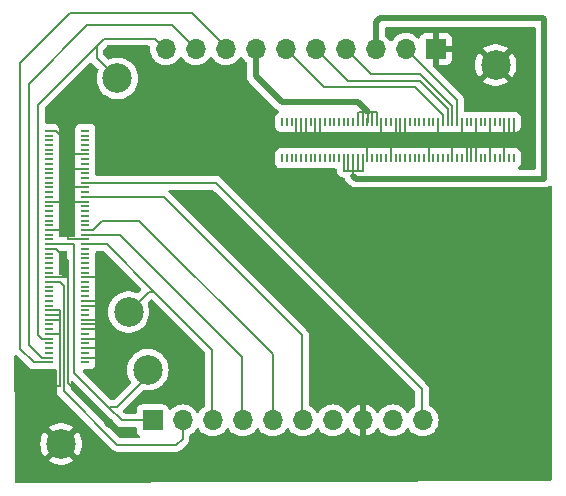
<source format=gbr>
%TF.GenerationSoftware,KiCad,Pcbnew,8.0.2-8.0.2-0~ubuntu20.04.1*%
%TF.CreationDate,2024-06-01T01:08:56-05:00*%
%TF.ProjectId,coral_b2b_breakout,636f7261-6c5f-4623-9262-5f627265616b,rev?*%
%TF.SameCoordinates,Original*%
%TF.FileFunction,Copper,L1,Top*%
%TF.FilePolarity,Positive*%
%FSLAX46Y46*%
G04 Gerber Fmt 4.6, Leading zero omitted, Abs format (unit mm)*
G04 Created by KiCad (PCBNEW 8.0.2-8.0.2-0~ubuntu20.04.1) date 2024-06-01 01:08:56*
%MOMM*%
%LPD*%
G01*
G04 APERTURE LIST*
%TA.AperFunction,ComponentPad*%
%ADD10O,1.700000X1.700000*%
%TD*%
%TA.AperFunction,ComponentPad*%
%ADD11R,1.700000X1.700000*%
%TD*%
%TA.AperFunction,SMDPad,CuDef*%
%ADD12C,2.500000*%
%TD*%
%TA.AperFunction,SMDPad,CuDef*%
%ADD13R,0.200000X0.700000*%
%TD*%
%TA.AperFunction,SMDPad,CuDef*%
%ADD14R,0.700000X0.200000*%
%TD*%
%TA.AperFunction,ViaPad*%
%ADD15C,0.800000*%
%TD*%
%TA.AperFunction,Conductor*%
%ADD16C,0.152400*%
%TD*%
%TA.AperFunction,Conductor*%
%ADD17C,0.508000*%
%TD*%
G04 APERTURE END LIST*
D10*
%TO.P,J2,10,Pin_10*%
%TO.N,/Board To Board Conn 1/GPIO_SNVS_06*%
X164460000Y-98500000D03*
%TO.P,J2,9,Pin_9*%
%TO.N,unconnected-(J2-Pin_9-Pad9)*%
X161920000Y-98500000D03*
%TO.P,J2,8,Pin_8*%
%TO.N,GND*%
X159380000Y-98500000D03*
%TO.P,J2,7,Pin_7*%
%TO.N,unconnected-(J2-Pin_7-Pad7)*%
X156840000Y-98500000D03*
%TO.P,J2,6,Pin_6*%
%TO.N,/Board To Board Conn 1/I2C6_SDA*%
X154300000Y-98500000D03*
%TO.P,J2,5,Pin_5*%
%TO.N,/Board To Board Conn 1/GPIO_SNVS_04*%
X151760000Y-98500000D03*
%TO.P,J2,4,Pin_4*%
%TO.N,/Board To Board Conn 1/GPIO_SNVS_08*%
X149220000Y-98500000D03*
%TO.P,J2,3,Pin_3*%
%TO.N,/Board To Board Conn 1/I2C1_SDA*%
X146680000Y-98500000D03*
%TO.P,J2,2,Pin_2*%
%TO.N,/Board To Board Conn 1/I2C6_SCL*%
X144140000Y-98500000D03*
D11*
%TO.P,J2,1,Pin_1*%
%TO.N,/Board To Board Conn 1/I2C1_SCL*%
X141600000Y-98500000D03*
%TD*%
D12*
%TO.P,TP7,1,1*%
%TO.N,/Board To Board Conn 1/I2C1_SCL*%
X141200000Y-94200000D03*
%TD*%
%TO.P,TP6,1,1*%
%TO.N,/Board To Board Conn 1/I2C1_SDA*%
X139575000Y-89325000D03*
%TD*%
%TO.P,TP5,1,1*%
%TO.N,GND*%
X170650000Y-68400000D03*
%TD*%
%TO.P,TP4,1,1*%
%TO.N,GND*%
X133850000Y-100500000D03*
%TD*%
%TO.P,TP1,1,1*%
%TO.N,/Board To Board Conn 1/FLEXPWM1_PWM1_A*%
X138625000Y-69550000D03*
%TD*%
D10*
%TO.P,J1,10,Pin_10*%
%TO.N,/Board To Board Conn 1/FLEXPWM1_PWM1_A*%
X142715000Y-67050000D03*
%TO.P,J1,9,Pin_9*%
%TO.N,/Board To Board Conn 1/FLEXPWM2_PWM1_A*%
X145255000Y-67050000D03*
%TO.P,J1,8,Pin_8*%
%TO.N,/Board To Board Conn 1/FLEXPWM2_PWM1_B*%
X147795000Y-67050000D03*
%TO.P,J1,7,Pin_7*%
%TO.N,/Board To Board Conn 2/+3.3VDC*%
X150335000Y-67050000D03*
%TO.P,J1,6,Pin_6*%
%TO.N,/Board To Board Conn 2/LPSPI1_SCK*%
X152875000Y-67050000D03*
%TO.P,J1,5,Pin_5*%
%TO.N,/Board To Board Conn 2/LPSPI1_PCS0*%
X155415000Y-67050000D03*
%TO.P,J1,4,Pin_4*%
%TO.N,/Board To Board Conn 2/LPSPI1_SDO*%
X157955000Y-67050000D03*
%TO.P,J1,3,Pin_3*%
%TO.N,/Board To Board Conn 2/+1.8VDC*%
X160495000Y-67050000D03*
%TO.P,J1,2,Pin_2*%
%TO.N,/Board To Board Conn 2/LPSPI1_SDI*%
X163035000Y-67050000D03*
D11*
%TO.P,J1,1,Pin_1*%
%TO.N,GND*%
X165575000Y-67050000D03*
%TD*%
D13*
%TO.P,J6,1,1*%
%TO.N,unconnected-(J6-Pad1)*%
X152580000Y-73230000D03*
%TO.P,J6,2,2*%
%TO.N,unconnected-(J6-Pad2)*%
X152580000Y-76310000D03*
%TO.P,J6,3,3*%
%TO.N,unconnected-(J6-Pad3)*%
X152980000Y-73230000D03*
%TO.P,J6,4,4*%
%TO.N,unconnected-(J6-Pad4)*%
X152980000Y-76310000D03*
%TO.P,J6,5,5*%
%TO.N,unconnected-(J6-Pad5)*%
X153380000Y-73230000D03*
%TO.P,J6,6,6*%
%TO.N,unconnected-(J6-Pad6)*%
X153380000Y-76310000D03*
%TO.P,J6,7,7*%
%TO.N,GND*%
X153780000Y-73230000D03*
%TO.P,J6,8,8*%
%TO.N,unconnected-(J6-Pad8)*%
X153780000Y-76310000D03*
%TO.P,J6,9,9*%
%TO.N,GND*%
X154180000Y-73230000D03*
%TO.P,J6,10,10*%
%TO.N,unconnected-(J6-Pad10)*%
X154180000Y-76310000D03*
%TO.P,J6,11,11*%
%TO.N,GND*%
X154580000Y-73230000D03*
%TO.P,J6,12,12*%
%TO.N,unconnected-(J6-Pad12)*%
X154580000Y-76310000D03*
%TO.P,J6,13,13*%
%TO.N,unconnected-(J6-Pad13)*%
X154980000Y-73230000D03*
%TO.P,J6,14,14*%
%TO.N,unconnected-(J6-Pad14)*%
X154980000Y-76310000D03*
%TO.P,J6,15,15*%
%TO.N,GND*%
X155380000Y-73230000D03*
%TO.P,J6,16,16*%
%TO.N,unconnected-(J6-Pad16)*%
X155380000Y-76310000D03*
%TO.P,J6,17,17*%
%TO.N,GND*%
X155780000Y-73230000D03*
%TO.P,J6,18,18*%
%TO.N,unconnected-(J6-Pad18)*%
X155780000Y-76310000D03*
%TO.P,J6,19,19*%
%TO.N,unconnected-(J6-Pad19)*%
X156180000Y-73230000D03*
%TO.P,J6,20,20*%
%TO.N,unconnected-(J6-Pad20)*%
X156180000Y-76310000D03*
%TO.P,J6,21,21*%
%TO.N,unconnected-(J6-Pad21)*%
X156580000Y-73230000D03*
%TO.P,J6,22,22*%
%TO.N,unconnected-(J6-Pad22)*%
X156580000Y-76310000D03*
%TO.P,J6,23,23*%
%TO.N,unconnected-(J6-Pad23)*%
X156980000Y-73230000D03*
%TO.P,J6,24,24*%
%TO.N,unconnected-(J6-Pad24)*%
X156980000Y-76310000D03*
%TO.P,J6,25,25*%
%TO.N,unconnected-(J6-Pad25)*%
X157380000Y-73230000D03*
%TO.P,J6,26,26*%
%TO.N,unconnected-(J6-Pad26)*%
X157380000Y-76310000D03*
%TO.P,J6,27,27*%
%TO.N,unconnected-(J6-Pad27)*%
X157780000Y-73230000D03*
%TO.P,J6,28,28*%
%TO.N,/Board To Board Conn 2/+1.8VDC*%
X157780000Y-76310000D03*
%TO.P,J6,29,29*%
%TO.N,unconnected-(J6-Pad29)*%
X158180000Y-73230000D03*
%TO.P,J6,30,30*%
%TO.N,/Board To Board Conn 2/+1.8VDC*%
X158180000Y-76310000D03*
%TO.P,J6,31,31*%
%TO.N,unconnected-(J6-Pad31)*%
X158580000Y-73230000D03*
%TO.P,J6,32,32*%
%TO.N,/Board To Board Conn 2/+1.8VDC*%
X158580000Y-76310000D03*
%TO.P,J6,33,33*%
%TO.N,/Board To Board Conn 2/+3.3VDC*%
X158980000Y-73230000D03*
%TO.P,J6,34,34*%
%TO.N,/Board To Board Conn 2/+1.8VDC*%
X158980000Y-76310000D03*
%TO.P,J6,35,35*%
%TO.N,/Board To Board Conn 2/+3.3VDC*%
X159380000Y-73230000D03*
%TO.P,J6,36,36*%
%TO.N,/Board To Board Conn 2/+1.8VDC*%
X159380000Y-76310000D03*
%TO.P,J6,37,37*%
%TO.N,/Board To Board Conn 2/+3.3VDC*%
X159780000Y-73230000D03*
%TO.P,J6,38,38*%
%TO.N,GND*%
X159780000Y-76310000D03*
%TO.P,J6,39,39*%
%TO.N,/Board To Board Conn 2/+3.3VDC*%
X160180000Y-73230000D03*
%TO.P,J6,40,40*%
%TO.N,unconnected-(J6-Pad40)*%
X160180000Y-76310000D03*
%TO.P,J6,41,41*%
%TO.N,/Board To Board Conn 2/+3.3VDC*%
X160580000Y-73230000D03*
%TO.P,J6,42,42*%
%TO.N,unconnected-(J6-Pad42)*%
X160580000Y-76310000D03*
%TO.P,J6,43,43*%
%TO.N,GND*%
X160980000Y-73230000D03*
%TO.P,J6,44,44*%
%TO.N,unconnected-(J6-Pad44)*%
X160980000Y-76310000D03*
%TO.P,J6,45,45*%
%TO.N,unconnected-(J6-Pad45)*%
X161380000Y-73230000D03*
%TO.P,J6,46,46*%
%TO.N,unconnected-(J6-Pad46)*%
X161380000Y-76310000D03*
%TO.P,J6,47,47*%
%TO.N,unconnected-(J6-Pad47)*%
X161780000Y-73230000D03*
%TO.P,J6,48,48*%
%TO.N,GND*%
X161780000Y-76310000D03*
%TO.P,J6,49,49*%
X162180000Y-73230000D03*
%TO.P,J6,50,50*%
%TO.N,unconnected-(J6-Pad50)*%
X162180000Y-76310000D03*
%TO.P,J6,51,51*%
%TO.N,GND*%
X162580000Y-73230000D03*
%TO.P,J6,52,52*%
%TO.N,unconnected-(J6-Pad52)*%
X162580000Y-76310000D03*
%TO.P,J6,53,53*%
%TO.N,GND*%
X162980000Y-73230000D03*
%TO.P,J6,54,54*%
%TO.N,unconnected-(J6-Pad54)*%
X162980000Y-76310000D03*
%TO.P,J6,55,55*%
%TO.N,unconnected-(J6-Pad55)*%
X163380000Y-73230000D03*
%TO.P,J6,56,56*%
%TO.N,unconnected-(J6-Pad56)*%
X163380000Y-76310000D03*
%TO.P,J6,57,57*%
%TO.N,unconnected-(J6-Pad57)*%
X163780000Y-73230000D03*
%TO.P,J6,58,58*%
%TO.N,unconnected-(J6-Pad58)*%
X163780000Y-76310000D03*
%TO.P,J6,59,59*%
%TO.N,unconnected-(J6-Pad59)*%
X164180000Y-73230000D03*
%TO.P,J6,60,60*%
%TO.N,unconnected-(J6-Pad60)*%
X164180000Y-76310000D03*
%TO.P,J6,61,61*%
%TO.N,unconnected-(J6-Pad61)*%
X164580000Y-73230000D03*
%TO.P,J6,62,62*%
%TO.N,unconnected-(J6-Pad62)*%
X164580000Y-76310000D03*
%TO.P,J6,63,63*%
%TO.N,unconnected-(J6-Pad63)*%
X164980000Y-73230000D03*
%TO.P,J6,64,64*%
%TO.N,GND*%
X164980000Y-76310000D03*
%TO.P,J6,65,65*%
%TO.N,unconnected-(J6-Pad65)*%
X165380000Y-73230000D03*
%TO.P,J6,66,66*%
%TO.N,unconnected-(J6-Pad66)*%
X165380000Y-76310000D03*
%TO.P,J6,67,67*%
%TO.N,GND*%
X165780000Y-73230000D03*
%TO.P,J6,68,68*%
%TO.N,unconnected-(J6-Pad68)*%
X165780000Y-76310000D03*
%TO.P,J6,69,69*%
%TO.N,/Board To Board Conn 2/LPSPI1_SCK*%
X166180000Y-73230000D03*
%TO.P,J6,70,70*%
%TO.N,unconnected-(J6-Pad70)*%
X166180000Y-76310000D03*
%TO.P,J6,71,71*%
%TO.N,/Board To Board Conn 2/LPSPI1_PCS0*%
X166580000Y-73230000D03*
%TO.P,J6,72,72*%
%TO.N,unconnected-(J6-Pad72)*%
X166580000Y-76310000D03*
%TO.P,J6,73,73*%
%TO.N,/Board To Board Conn 2/LPSPI1_SDO*%
X166980000Y-73230000D03*
%TO.P,J6,74,74*%
%TO.N,GND*%
X166980000Y-76310000D03*
%TO.P,J6,75,75*%
%TO.N,/Board To Board Conn 2/LPSPI1_SDI*%
X167380000Y-73230000D03*
%TO.P,J6,76,76*%
%TO.N,unconnected-(J6-Pad76)*%
X167380000Y-76310000D03*
%TO.P,J6,77,77*%
%TO.N,GND*%
X167780000Y-73230000D03*
%TO.P,J6,78,78*%
%TO.N,unconnected-(J6-Pad78)*%
X167780000Y-76310000D03*
%TO.P,J6,79,79*%
%TO.N,unconnected-(J6-Pad79)*%
X168180000Y-73230000D03*
%TO.P,J6,80,80*%
%TO.N,GND*%
X168180000Y-76310000D03*
%TO.P,J6,81,81*%
%TO.N,unconnected-(J6-Pad81)*%
X168580000Y-73230000D03*
%TO.P,J6,82,82*%
%TO.N,GND*%
X168580000Y-76310000D03*
%TO.P,J6,83,83*%
X168980000Y-73230000D03*
%TO.P,J6,84,84*%
X168980000Y-76310000D03*
%TO.P,J6,85,85*%
%TO.N,unconnected-(J6-Pad85)*%
X169380000Y-73230000D03*
%TO.P,J6,86,86*%
%TO.N,unconnected-(J6-Pad86)*%
X169380000Y-76310000D03*
%TO.P,J6,87,87*%
%TO.N,unconnected-(J6-Pad87)*%
X169780000Y-73230000D03*
%TO.P,J6,88,88*%
%TO.N,unconnected-(J6-Pad88)*%
X169780000Y-76310000D03*
%TO.P,J6,89,89*%
%TO.N,GND*%
X170180000Y-73230000D03*
%TO.P,J6,90,90*%
X170180000Y-76310000D03*
%TO.P,J6,91,91*%
%TO.N,unconnected-(J6-Pad91)*%
X170580000Y-73230000D03*
%TO.P,J6,92,92*%
%TO.N,unconnected-(J6-Pad92)*%
X170580000Y-76310000D03*
%TO.P,J6,93,93*%
%TO.N,unconnected-(J6-Pad93)*%
X170980000Y-73230000D03*
%TO.P,J6,94,94*%
%TO.N,unconnected-(J6-Pad94)*%
X170980000Y-76310000D03*
%TO.P,J6,95,95*%
%TO.N,GND*%
X171380000Y-73230000D03*
%TO.P,J6,96,96*%
X171380000Y-76310000D03*
%TO.P,J6,97,97*%
X171780000Y-73230000D03*
%TO.P,J6,98,98*%
%TO.N,unconnected-(J6-Pad98)*%
X171780000Y-76310000D03*
%TO.P,J6,99,99*%
%TO.N,GND*%
X172180000Y-73230000D03*
%TO.P,J6,100,100*%
%TO.N,unconnected-(J6-Pad100)*%
X172180000Y-76310000D03*
%TD*%
D14*
%TO.P,J4,1,1*%
%TO.N,/Board To Board Conn 1/FLEXPWM2_PWM1_B*%
X132830000Y-93580000D03*
%TO.P,J4,2,2*%
%TO.N,unconnected-(J4-Pad2)*%
X135910000Y-93580000D03*
%TO.P,J4,3,3*%
%TO.N,/Board To Board Conn 1/FLEXPWM2_PWM1_A*%
X132830000Y-93180000D03*
%TO.P,J4,4,4*%
%TO.N,GND*%
X135910000Y-93180000D03*
%TO.P,J4,5,5*%
%TO.N,/Board To Board Conn 1/FLEXPWM1_PWM1_B*%
X132830000Y-92780000D03*
%TO.P,J4,6,6*%
%TO.N,/Board To Board Conn 1/ADC1_CH2B*%
X135910000Y-92780000D03*
%TO.P,J4,7,7*%
%TO.N,unconnected-(J4-Pad7)*%
X132830000Y-92380000D03*
%TO.P,J4,8,8*%
%TO.N,GND*%
X135910000Y-92380000D03*
%TO.P,J4,9,9*%
%TO.N,unconnected-(J4-Pad9)*%
X132830000Y-91980000D03*
%TO.P,J4,10,10*%
%TO.N,/Board To Board Conn 1/ADC1_CH0A*%
X135910000Y-91980000D03*
%TO.P,J4,11,11*%
%TO.N,/Board To Board Conn 1/FLEXPWM1_PWM1_A*%
X132830000Y-91580000D03*
%TO.P,J4,12,12*%
%TO.N,GND*%
X135910000Y-91580000D03*
%TO.P,J4,13,13*%
X132830000Y-91180000D03*
%TO.P,J4,14,14*%
%TO.N,/Board To Board Conn 1/ADC1_CH0B*%
X135910000Y-91180000D03*
%TO.P,J4,15,15*%
%TO.N,/Board To Board Conn 1/I2C5_SDA*%
X132830000Y-90780000D03*
%TO.P,J4,16,16*%
%TO.N,GND*%
X135910000Y-90780000D03*
%TO.P,J4,17,17*%
%TO.N,/Board To Board Conn 1/I2C5_SCL*%
X132830000Y-90380000D03*
%TO.P,J4,18,18*%
%TO.N,GND*%
X135910000Y-90380000D03*
%TO.P,J4,19,19*%
X132830000Y-89980000D03*
%TO.P,J4,20,20*%
X135910000Y-89980000D03*
%TO.P,J4,21,21*%
X132830000Y-89580000D03*
%TO.P,J4,22,22*%
%TO.N,unconnected-(J4-Pad22)*%
X135910000Y-89580000D03*
%TO.P,J4,23,23*%
%TO.N,GND*%
X132830000Y-89180000D03*
%TO.P,J4,24,24*%
%TO.N,unconnected-(J4-Pad24)*%
X135910000Y-89180000D03*
%TO.P,J4,25,25*%
%TO.N,/Board To Board Conn 1/USER_LED*%
X132830000Y-88780000D03*
%TO.P,J4,26,26*%
%TO.N,GND*%
X135910000Y-88780000D03*
%TO.P,J4,27,27*%
%TO.N,/Board To Board Conn 1/WIFI_POWER_EN*%
X132830000Y-88380000D03*
%TO.P,J4,28,28*%
%TO.N,GND*%
X135910000Y-88380000D03*
%TO.P,J4,29,29*%
%TO.N,/Board To Board Conn 1/PMIC_ON_REQ*%
X132830000Y-87980000D03*
%TO.P,J4,30,30*%
%TO.N,/Board To Board Conn 1/ONOFF*%
X135910000Y-87980000D03*
%TO.P,J4,31,31*%
%TO.N,/Board To Board Conn 1/USER_BUTTON*%
X132830000Y-87580000D03*
%TO.P,J4,32,32*%
%TO.N,/Board To Board Conn 1/PMIC_STBY_REQ*%
X135910000Y-87580000D03*
%TO.P,J4,33,33*%
%TO.N,/Board To Board Conn 1/CAMERA_INT*%
X132830000Y-87180000D03*
%TO.P,J4,34,34*%
%TO.N,/Board To Board Conn 1/GPIO_SNVS_07*%
X135910000Y-87180000D03*
%TO.P,J4,35,35*%
%TO.N,/Board To Board Conn 1/I2C6_SCL*%
X132830000Y-86780000D03*
%TO.P,J4,36,36*%
%TO.N,/Board To Board Conn 1/WAKEUP*%
X135910000Y-86780000D03*
%TO.P,J4,37,37*%
%TO.N,GND*%
X132830000Y-86380000D03*
%TO.P,J4,38,38*%
X135910000Y-86380000D03*
%TO.P,J4,39,39*%
%TO.N,/Board To Board Conn 1/DMIC_DATA3__JTAG_TMS*%
X132830000Y-85980000D03*
%TO.P,J4,40,40*%
%TO.N,/Board To Board Conn 1/SAI2_TX_SYNC*%
X135910000Y-85980000D03*
%TO.P,J4,41,41*%
%TO.N,/Board To Board Conn 1/DMIC_DATA2__JTAG_TCK*%
X132830000Y-85580000D03*
%TO.P,J4,42,42*%
%TO.N,/Board To Board Conn 1/SAI2_RX_BCLK*%
X135910000Y-85580000D03*
%TO.P,J4,43,43*%
%TO.N,/Board To Board Conn 1/DMIC_DATA1*%
X132830000Y-85180000D03*
%TO.P,J4,44,44*%
%TO.N,/Board To Board Conn 1/SPI6_SDI__JTAG_TDI*%
X135910000Y-85180000D03*
%TO.P,J4,45,45*%
%TO.N,/Board To Board Conn 1/DMIC_DATA0*%
X132830000Y-84780000D03*
%TO.P,J4,46,46*%
%TO.N,/Board To Board Conn 1/SPI6_SDO__JTAG_TDO*%
X135910000Y-84780000D03*
%TO.P,J4,47,47*%
%TO.N,/Board To Board Conn 1/LPUART6_RTS_B*%
X132830000Y-84380000D03*
%TO.P,J4,48,48*%
%TO.N,/Board To Board Conn 1/SPI6_SCK__JTAG_nTRST*%
X135910000Y-84380000D03*
%TO.P,J4,49,49*%
%TO.N,GND*%
X132830000Y-83980000D03*
%TO.P,J4,50,50*%
%TO.N,/Board To Board Conn 1/LPSPI6_CS0*%
X135910000Y-83980000D03*
%TO.P,J4,51,51*%
%TO.N,/Board To Board Conn 1/I2C1_SCL*%
X132830000Y-83580000D03*
%TO.P,J4,52,52*%
%TO.N,/Board To Board Conn 1/I2C1_SDA*%
X135910000Y-83580000D03*
%TO.P,J4,53,53*%
%TO.N,/Board To Board Conn 1/SAI2_TX_DATA*%
X132830000Y-83180000D03*
%TO.P,J4,54,54*%
%TO.N,GND*%
X135910000Y-83180000D03*
%TO.P,J4,55,55*%
%TO.N,/Board To Board Conn 1/DA_GPIO0_WDOG_KICK*%
X132830000Y-82780000D03*
%TO.P,J4,56,56*%
%TO.N,/Board To Board Conn 1/GPIO_SNVS_08*%
X135910000Y-82780000D03*
%TO.P,J4,57,57*%
%TO.N,GND*%
X132830000Y-82380000D03*
%TO.P,J4,58,58*%
%TO.N,/Board To Board Conn 1/GPIO_SNVS_04*%
X135910000Y-82380000D03*
%TO.P,J4,59,59*%
%TO.N,/Board To Board Conn 1/DA_nRESET*%
X132830000Y-81980000D03*
%TO.P,J4,60,60*%
%TO.N,/Board To Board Conn 1/POR_B*%
X135910000Y-81980000D03*
%TO.P,J4,61,61*%
%TO.N,/Board To Board Conn 1/DA_nIRQ*%
X132830000Y-81580000D03*
%TO.P,J4,62,62*%
%TO.N,/Board To Board Conn 1/SAI2_RX_SYNC*%
X135910000Y-81580000D03*
%TO.P,J4,63,63*%
%TO.N,/Board To Board Conn 1/DA_GPIO2*%
X132830000Y-81180000D03*
%TO.P,J4,64,64*%
%TO.N,/Board To Board Conn 1/SAI2_TX_BCLK*%
X135910000Y-81180000D03*
%TO.P,J4,65,65*%
%TO.N,/Board To Board Conn 1/DA_GPIO3*%
X132830000Y-80780000D03*
%TO.P,J4,66,66*%
%TO.N,/Board To Board Conn 1/SAI2_MCLK*%
X135910000Y-80780000D03*
%TO.P,J4,67,67*%
%TO.N,/Board To Board Conn 1/DA_GPIO4_SYS_EN*%
X132830000Y-80380000D03*
%TO.P,J4,68,68*%
%TO.N,/Board To Board Conn 1/SAI2_RX_DATA*%
X135910000Y-80380000D03*
%TO.P,J4,69,69*%
%TO.N,GND*%
X132830000Y-79980000D03*
%TO.P,J4,70,70*%
X135910000Y-79980000D03*
%TO.P,J4,71,71*%
%TO.N,/Board To Board Conn 1/USDHC2_DATA3*%
X132830000Y-79580000D03*
%TO.P,J4,72,72*%
%TO.N,/Board To Board Conn 1/I2C6_SDA*%
X135910000Y-79580000D03*
%TO.P,J4,73,73*%
%TO.N,/Board To Board Conn 1/USDHC2_DATA1*%
X132830000Y-79180000D03*
%TO.P,J4,74,74*%
%TO.N,/Board To Board Conn 1/DA_nRESETREQ*%
X135910000Y-79180000D03*
%TO.P,J4,75,75*%
%TO.N,/Board To Board Conn 1/USDHC2_DATA2*%
X132830000Y-78780000D03*
%TO.P,J4,76,76*%
%TO.N,GND*%
X135910000Y-78780000D03*
%TO.P,J4,77,77*%
%TO.N,/Board To Board Conn 1/USDHC2_DATA0*%
X132830000Y-78380000D03*
%TO.P,J4,78,78*%
%TO.N,/Board To Board Conn 1/GPIO_SNVS_06*%
X135910000Y-78380000D03*
%TO.P,J4,79,79*%
%TO.N,/Board To Board Conn 1/USDHC2_CLK*%
X132830000Y-77980000D03*
%TO.P,J4,80,80*%
%TO.N,/Board To Board Conn 1/BRD_STAT_LED*%
X135910000Y-77980000D03*
%TO.P,J4,81,81*%
%TO.N,/Board To Board Conn 1/USDHC2_CMD*%
X132830000Y-77580000D03*
%TO.P,J4,82,82*%
%TO.N,/Board To Board Conn 1/LPUART8_RXD*%
X135910000Y-77580000D03*
%TO.P,J4,83,83*%
%TO.N,unconnected-(J4-Pad83)*%
X132830000Y-77180000D03*
%TO.P,J4,84,84*%
%TO.N,GND*%
X135910000Y-77180000D03*
%TO.P,J4,85,85*%
%TO.N,/Board To Board Conn 1/WIFI_SDIO_D2*%
X132830000Y-76780000D03*
%TO.P,J4,86,86*%
%TO.N,/Board To Board Conn 1/WL_HOST_WAKE*%
X135910000Y-76780000D03*
%TO.P,J4,87,87*%
%TO.N,/Board To Board Conn 1/BT_REG_ON*%
X132830000Y-76380000D03*
%TO.P,J4,88,88*%
%TO.N,/Board To Board Conn 1/WL_ANT_SEL*%
X135910000Y-76380000D03*
%TO.P,J4,89,89*%
%TO.N,/Board To Board Conn 1/LPUART1_TXD*%
X132830000Y-75980000D03*
%TO.P,J4,90,90*%
%TO.N,GND*%
X135910000Y-75980000D03*
%TO.P,J4,91,91*%
%TO.N,/Board To Board Conn 1/LPUART1_RXD*%
X132830000Y-75580000D03*
%TO.P,J4,92,92*%
%TO.N,/Board To Board Conn 1/WIFI_SDIO_CLK*%
X135910000Y-75580000D03*
%TO.P,J4,93,93*%
%TO.N,/Board To Board Conn 1/WL_REG_ON*%
X132830000Y-75180000D03*
%TO.P,J4,94,94*%
%TO.N,/Board To Board Conn 1/WIFI_SDIO_D1*%
X135910000Y-75180000D03*
%TO.P,J4,95,95*%
%TO.N,/Board To Board Conn 1/DAC_OUT*%
X132830000Y-74780000D03*
%TO.P,J4,96,96*%
%TO.N,/Board To Board Conn 1/WIFI_SDIO_D0*%
X135910000Y-74780000D03*
%TO.P,J4,97,97*%
%TO.N,/Board To Board Conn 1/MIC_CLK*%
X132830000Y-74380000D03*
%TO.P,J4,98,98*%
%TO.N,/Board To Board Conn 1/WIFI_SDIO_D3*%
X135910000Y-74380000D03*
%TO.P,J4,99,99*%
%TO.N,GND*%
X132830000Y-73980000D03*
%TO.P,J4,100,100*%
%TO.N,/Board To Board Conn 1/WIFI_SDIO_CMD*%
X135910000Y-73980000D03*
%TD*%
D15*
%TO.N,GND*%
X137950000Y-98750000D03*
X138325000Y-86550000D03*
X169350000Y-84975000D03*
X161325000Y-85025000D03*
X161350000Y-86475000D03*
X167650000Y-84975000D03*
X163025000Y-85025000D03*
X164650000Y-86475000D03*
X159900000Y-86475000D03*
X163050000Y-86475000D03*
X159875000Y-85025000D03*
X169375000Y-86425000D03*
X166200000Y-84975000D03*
X170950000Y-84975000D03*
X170975000Y-86425000D03*
X164625000Y-85025000D03*
X167675000Y-86425000D03*
X166225000Y-86425000D03*
X169400000Y-83450000D03*
X161375000Y-83500000D03*
X167700000Y-83450000D03*
X163075000Y-83500000D03*
X159925000Y-83500000D03*
X166250000Y-83450000D03*
X171000000Y-83450000D03*
X164675000Y-83500000D03*
X167675000Y-82000000D03*
X169375000Y-82000000D03*
X166225000Y-82000000D03*
X170975000Y-82000000D03*
X164650000Y-82050000D03*
X163050000Y-82050000D03*
X161350000Y-82050000D03*
X159900000Y-82050000D03*
%TD*%
D16*
%TO.N,/Board To Board Conn 1/I2C1_SCL*%
X137950000Y-97450000D02*
X134950000Y-94450000D01*
X134950000Y-94450000D02*
X134950000Y-83610000D01*
X134950000Y-83610000D02*
X134980000Y-83580000D01*
X134980000Y-83580000D02*
X132830000Y-83580000D01*
%TO.N,/Board To Board Conn 1/I2C1_SDA*%
X141731250Y-87593750D02*
X137741300Y-83603800D01*
X146650000Y-92512500D02*
X141731250Y-87593750D01*
X141731250Y-87593750D02*
X141306250Y-87593750D01*
X141306250Y-87593750D02*
X139575000Y-89325000D01*
%TO.N,/Board To Board Conn 1/I2C1_SCL*%
X141200000Y-94200000D02*
X141200000Y-94700000D01*
X141200000Y-94700000D02*
X138550000Y-97350000D01*
X138550000Y-97350000D02*
X138000000Y-97350000D01*
X138000000Y-97350000D02*
X138000000Y-97400000D01*
X138000000Y-97400000D02*
X137950000Y-97450000D01*
X139000000Y-98500000D02*
X137950000Y-97450000D01*
%TO.N,/Board To Board Conn 1/FLEXPWM1_PWM1_A*%
X137505000Y-66170000D02*
X136862500Y-66812500D01*
X136862500Y-67787500D02*
X136862500Y-66812500D01*
X136862500Y-66812500D02*
X131900000Y-71775000D01*
X138625000Y-69550000D02*
X136862500Y-67787500D01*
%TO.N,GND*%
X161025000Y-74675000D02*
X159750000Y-74675000D01*
X159750000Y-74675000D02*
X155750000Y-74675000D01*
X159780000Y-76310000D02*
X159780000Y-74705000D01*
X159780000Y-74705000D02*
X159750000Y-74675000D01*
X162250000Y-74675000D02*
X161775000Y-74675000D01*
X161775000Y-74675000D02*
X161025000Y-74675000D01*
X161780000Y-76310000D02*
X161780000Y-75670000D01*
X161780000Y-75670000D02*
X161775000Y-75665000D01*
X161775000Y-75665000D02*
X161775000Y-74675000D01*
X165825000Y-74675000D02*
X164950000Y-74675000D01*
X164950000Y-74675000D02*
X162925000Y-74675000D01*
X164980000Y-76310000D02*
X164980000Y-74705000D01*
X164980000Y-74705000D02*
X164950000Y-74675000D01*
X167875000Y-74675000D02*
X167000000Y-74675000D01*
X167000000Y-74675000D02*
X165825000Y-74675000D01*
X166980000Y-76310000D02*
X166980000Y-74695000D01*
X166980000Y-74695000D02*
X167000000Y-74675000D01*
X168550000Y-74675000D02*
X168225000Y-74675000D01*
X168225000Y-74675000D02*
X167875000Y-74675000D01*
X168180000Y-76310000D02*
X168180000Y-74720000D01*
X168180000Y-74720000D02*
X168225000Y-74675000D01*
X169000000Y-74675000D02*
X168550000Y-74675000D01*
X168580000Y-76310000D02*
X168580000Y-74705000D01*
X168580000Y-74705000D02*
X168550000Y-74675000D01*
X168980000Y-76310000D02*
X168980000Y-74695000D01*
X168980000Y-74695000D02*
X169000000Y-74675000D01*
X170180000Y-76310000D02*
X170180000Y-74645000D01*
X171380000Y-76310000D02*
X171380000Y-74695000D01*
X171380000Y-74695000D02*
X171400000Y-74675000D01*
X172025000Y-74675000D02*
X171700000Y-74675000D01*
X171700000Y-74675000D02*
X171400000Y-74675000D01*
X171780000Y-73230000D02*
X171780000Y-74595000D01*
X171780000Y-74595000D02*
X171700000Y-74675000D01*
X171400000Y-74675000D02*
X170150000Y-74675000D01*
X171380000Y-73230000D02*
X171380000Y-74655000D01*
X171380000Y-74655000D02*
X171400000Y-74675000D01*
X170150000Y-74675000D02*
X169000000Y-74675000D01*
X170180000Y-73230000D02*
X170180000Y-74645000D01*
X170180000Y-74645000D02*
X170150000Y-74675000D01*
X168980000Y-74655000D02*
X169000000Y-74675000D01*
X168980000Y-73230000D02*
X168980000Y-74655000D01*
X167780000Y-73230000D02*
X167780000Y-74580000D01*
X167780000Y-74580000D02*
X167875000Y-74675000D01*
X165780000Y-73230000D02*
X165780000Y-74630000D01*
X165780000Y-74630000D02*
X165825000Y-74675000D01*
X162925000Y-74675000D02*
X162575000Y-74675000D01*
X162980000Y-73230000D02*
X162980000Y-74620000D01*
X162980000Y-74620000D02*
X162925000Y-74675000D01*
X162575000Y-74675000D02*
X162250000Y-74675000D01*
X162580000Y-73230000D02*
X162580000Y-74670000D01*
X162580000Y-74670000D02*
X162575000Y-74675000D01*
X162180000Y-73230000D02*
X162180000Y-74605000D01*
X162180000Y-74605000D02*
X162250000Y-74675000D01*
X160980000Y-73230000D02*
X160980000Y-74630000D01*
X160980000Y-74630000D02*
X161025000Y-74675000D01*
X155750000Y-74675000D02*
X155300000Y-74675000D01*
X155780000Y-73230000D02*
X155780000Y-74645000D01*
X155780000Y-74645000D02*
X155750000Y-74675000D01*
X155300000Y-74675000D02*
X154525000Y-74675000D01*
X155380000Y-73230000D02*
X155375000Y-73235000D01*
X155375000Y-73235000D02*
X155375000Y-74600000D01*
X155375000Y-74600000D02*
X155300000Y-74675000D01*
X154525000Y-74675000D02*
X154200000Y-74675000D01*
X154580000Y-74620000D02*
X154525000Y-74675000D01*
X154580000Y-73230000D02*
X154580000Y-74620000D01*
X154200000Y-74675000D02*
X153825000Y-74675000D01*
X154180000Y-73230000D02*
X154180000Y-74655000D01*
X154180000Y-74655000D02*
X154200000Y-74675000D01*
X153825000Y-74675000D02*
X152050000Y-74675000D01*
X153780000Y-73230000D02*
X153780000Y-74630000D01*
X153780000Y-74630000D02*
X153825000Y-74675000D01*
X172125000Y-74575000D02*
X172025000Y-74675000D01*
X172180000Y-73230000D02*
X172180000Y-74520000D01*
X172180000Y-74520000D02*
X172125000Y-74575000D01*
D17*
X133850000Y-100500000D02*
X135775000Y-102425000D01*
X135775000Y-102425000D02*
X158135000Y-102425000D01*
X158135000Y-102425000D02*
X159380000Y-101180000D01*
X159380000Y-101180000D02*
X159380000Y-98500000D01*
D16*
X133722600Y-89950000D02*
X133722600Y-91200000D01*
X133722600Y-91200000D02*
X133722600Y-95575000D01*
X132830000Y-91180000D02*
X133702600Y-91180000D01*
X133702600Y-91180000D02*
X133722600Y-91200000D01*
X133722600Y-89575000D02*
X133722600Y-89950000D01*
X132830000Y-89980000D02*
X133692600Y-89980000D01*
X133692600Y-89980000D02*
X133722600Y-89950000D01*
X133722600Y-89200000D02*
X133722600Y-89575000D01*
X132830000Y-89580000D02*
X133717600Y-89580000D01*
X133717600Y-89580000D02*
X133722600Y-89575000D01*
X132830000Y-89180000D02*
X133702600Y-89180000D01*
X133702600Y-89180000D02*
X133722600Y-89200000D01*
X133722600Y-95575000D02*
X133000000Y-95575000D01*
X133000000Y-95575000D02*
X132775000Y-95800000D01*
%TO.N,/Board To Board Conn 1/I2C6_SCL*%
X144140000Y-98500000D02*
X144140000Y-100050000D01*
X134075000Y-96025000D02*
X134075000Y-87100000D01*
X144140000Y-100050000D02*
X143615000Y-100575000D01*
X134075000Y-87100000D02*
X133755000Y-86780000D01*
X143615000Y-100575000D02*
X138625000Y-100575000D01*
X138625000Y-100575000D02*
X134075000Y-96025000D01*
X133755000Y-86780000D02*
X132830000Y-86780000D01*
%TO.N,GND*%
X137950000Y-98750000D02*
X137750000Y-98650000D01*
X134475000Y-95375000D02*
X137950000Y-98750000D01*
X134475000Y-86400000D02*
X134475000Y-95375000D01*
X134475000Y-85022600D02*
X134475000Y-86400000D01*
X133432400Y-83980000D02*
X134475000Y-85022600D01*
X132830000Y-83980000D02*
X133432400Y-83980000D01*
X134475000Y-86400000D02*
X134455000Y-86380000D01*
X134455000Y-86380000D02*
X132830000Y-86380000D01*
X138325000Y-86550000D02*
X137950000Y-86175000D01*
X137950000Y-86175000D02*
X137725000Y-86175000D01*
X137950000Y-86175000D02*
X137575000Y-86175000D01*
X137575000Y-86175000D02*
X137275000Y-86475000D01*
X137180000Y-86380000D02*
X137275000Y-86475000D01*
X137275000Y-86475000D02*
X137425000Y-86625000D01*
X137425000Y-86625000D02*
X137425000Y-88375000D01*
X137425000Y-88375000D02*
X137425000Y-88725000D01*
X135910000Y-88380000D02*
X137420000Y-88380000D01*
X137420000Y-88380000D02*
X137425000Y-88375000D01*
X137425000Y-88725000D02*
X137425000Y-90050000D01*
X135910000Y-88780000D02*
X137370000Y-88780000D01*
X137370000Y-88780000D02*
X137425000Y-88725000D01*
X137425000Y-90400000D02*
X137425000Y-90750000D01*
X137425000Y-90050000D02*
X137425000Y-90400000D01*
X137425000Y-90400000D02*
X137325000Y-90400000D01*
X137325000Y-90400000D02*
X137305000Y-90380000D01*
X137305000Y-90380000D02*
X135910000Y-90380000D01*
X135910000Y-89980000D02*
X137355000Y-89980000D01*
X137355000Y-89980000D02*
X137425000Y-90050000D01*
X137425000Y-90750000D02*
X137425000Y-91700000D01*
X135910000Y-90780000D02*
X137395000Y-90780000D01*
X137395000Y-90780000D02*
X137425000Y-90750000D01*
X137425000Y-91700000D02*
X137425000Y-92350000D01*
X135910000Y-91580000D02*
X137305000Y-91580000D01*
X137305000Y-91580000D02*
X137425000Y-91700000D01*
X137425000Y-92350000D02*
X137425000Y-93175000D01*
X135910000Y-92380000D02*
X137395000Y-92380000D01*
X137395000Y-92380000D02*
X137425000Y-92350000D01*
X137425000Y-93175000D02*
X137400000Y-93200000D01*
X135910000Y-86380000D02*
X137180000Y-86380000D01*
X137400000Y-93200000D02*
X137380000Y-93180000D01*
X137380000Y-93180000D02*
X135910000Y-93180000D01*
X134472400Y-76027600D02*
X134425000Y-76075000D01*
X134425000Y-76075000D02*
X134425000Y-77102600D01*
X134425000Y-77102600D02*
X134472400Y-77150000D01*
X132830000Y-73980000D02*
X133432400Y-73980000D01*
X133432400Y-73980000D02*
X134425000Y-74972600D01*
X134425000Y-74972600D02*
X134425000Y-75980200D01*
X134425000Y-75980200D02*
X134472400Y-76027600D01*
X134472400Y-76027600D02*
X134520000Y-75980000D01*
X134520000Y-75980000D02*
X135910000Y-75980000D01*
X134500000Y-76000000D02*
X134472400Y-76027600D01*
X134472400Y-77150000D02*
X134472400Y-78850000D01*
X135910000Y-77180000D02*
X134502400Y-77180000D01*
X134502400Y-77180000D02*
X134472400Y-77150000D01*
X135910000Y-78780000D02*
X134542400Y-78780000D01*
X134472400Y-78850000D02*
X134472400Y-79975000D01*
X134542400Y-78780000D02*
X134472400Y-78850000D01*
X135910000Y-79980000D02*
X134477400Y-79980000D01*
X134477400Y-79980000D02*
X134472400Y-79975000D01*
X134472400Y-79975000D02*
X134472400Y-82550000D01*
X132830000Y-79980000D02*
X134467400Y-79980000D01*
X134467400Y-79980000D02*
X134472400Y-79975000D01*
X134472400Y-82550000D02*
X134472400Y-83152600D01*
X134472400Y-82550000D02*
X134225000Y-82550000D01*
X134225000Y-82550000D02*
X134055000Y-82380000D01*
X134055000Y-82380000D02*
X132830000Y-82380000D01*
X134445000Y-83180000D02*
X135910000Y-83180000D01*
X134472400Y-83152600D02*
X134445000Y-83180000D01*
%TO.N,/Board To Board Conn 1/FLEXPWM2_PWM1_B*%
X147795000Y-67050000D02*
X147795000Y-66885000D01*
X147795000Y-66885000D02*
X144910000Y-64000000D01*
X144910000Y-64000000D02*
X134625000Y-64000000D01*
X130375000Y-92425000D02*
X131530000Y-93580000D01*
X134625000Y-64000000D02*
X130375000Y-68250000D01*
X130375000Y-68250000D02*
X130375000Y-92425000D01*
X131530000Y-93580000D02*
X132830000Y-93580000D01*
%TO.N,/Board To Board Conn 1/FLEXPWM2_PWM1_A*%
X145255000Y-67050000D02*
X143248800Y-65043800D01*
X143248800Y-65043800D02*
X136081200Y-65043800D01*
X131125000Y-92077400D02*
X132227600Y-93180000D01*
X136081200Y-65043800D02*
X131125000Y-70000000D01*
X131125000Y-70000000D02*
X131125000Y-92077400D01*
X132227600Y-93180000D02*
X132830000Y-93180000D01*
%TO.N,/Board To Board Conn 1/FLEXPWM1_PWM1_A*%
X142715000Y-67050000D02*
X141835000Y-66170000D01*
X141835000Y-66170000D02*
X137505000Y-66170000D01*
X132227600Y-91580000D02*
X132830000Y-91580000D01*
X131900000Y-71775000D02*
X131900000Y-91252400D01*
X131900000Y-91252400D02*
X132227600Y-91580000D01*
%TO.N,/Board To Board Conn 1/GPIO_SNVS_08*%
X149220000Y-98500000D02*
X149200000Y-98480000D01*
X149200000Y-98480000D02*
X149200000Y-93150000D01*
X149200000Y-93150000D02*
X138830000Y-82780000D01*
X138830000Y-82780000D02*
X135910000Y-82780000D01*
%TO.N,/Board To Board Conn 1/GPIO_SNVS_04*%
X151760000Y-98500000D02*
X151775000Y-98485000D01*
X136512400Y-82380000D02*
X135910000Y-82380000D01*
X151775000Y-98485000D02*
X151775000Y-92875000D01*
X151775000Y-92875000D02*
X140475000Y-81575000D01*
X140475000Y-81575000D02*
X137317400Y-81575000D01*
X137317400Y-81575000D02*
X136512400Y-82380000D01*
%TO.N,/Board To Board Conn 1/I2C1_SDA*%
X146680000Y-98500000D02*
X146650000Y-98470000D01*
X137741300Y-83603800D02*
X135975000Y-83603800D01*
X146650000Y-98470000D02*
X146650000Y-92512500D01*
%TO.N,/Board To Board Conn 1/I2C6_SDA*%
X154300000Y-98500000D02*
X154225000Y-98425000D01*
X154225000Y-98425000D02*
X154225000Y-91250000D01*
X154225000Y-91250000D02*
X142555000Y-79580000D01*
X142555000Y-79580000D02*
X135910000Y-79580000D01*
%TO.N,/Board To Board Conn 2/LPSPI1_SDI*%
X163035000Y-67050000D02*
X163075000Y-67050000D01*
X163075000Y-67050000D02*
X167380000Y-71355000D01*
X167380000Y-71355000D02*
X167380000Y-73230000D01*
%TO.N,/Board To Board Conn 2/LPSPI1_SDO*%
X166980000Y-73230000D02*
X166980000Y-71880000D01*
X164250000Y-69150000D02*
X160055000Y-69150000D01*
X166980000Y-71880000D02*
X164250000Y-69150000D01*
X160055000Y-69150000D02*
X157955000Y-67050000D01*
%TO.N,/Board To Board Conn 2/LPSPI1_PCS0*%
X166580000Y-73230000D02*
X166580000Y-72155000D01*
X166580000Y-72155000D02*
X164200000Y-69775000D01*
X164200000Y-69775000D02*
X158140000Y-69775000D01*
X158140000Y-69775000D02*
X155415000Y-67050000D01*
%TO.N,/Board To Board Conn 2/LPSPI1_SCK*%
X166180000Y-73230000D02*
X166180000Y-72627600D01*
X166180000Y-72627600D02*
X163827400Y-70275000D01*
X163827400Y-70275000D02*
X156100000Y-70275000D01*
X156100000Y-70275000D02*
X152875000Y-67050000D01*
D17*
%TO.N,/Board To Board Conn 2/+3.3VDC*%
X159800000Y-72350000D02*
X159000000Y-71550000D01*
X159000000Y-71550000D02*
X152550000Y-71550000D01*
X152550000Y-71550000D02*
X150335000Y-69335000D01*
X150335000Y-69335000D02*
X150335000Y-67050000D01*
%TO.N,/Board To Board Conn 2/+1.8VDC*%
X160495000Y-64805000D02*
X160875000Y-64425000D01*
X174775000Y-64525000D02*
X174775000Y-78025000D01*
X160495000Y-67050000D02*
X160495000Y-64805000D01*
X160875000Y-64425000D02*
X174675000Y-64425000D01*
X174675000Y-64425000D02*
X174775000Y-64525000D01*
X174775000Y-78025000D02*
X158800000Y-78025000D01*
X158800000Y-78025000D02*
X158575000Y-77800000D01*
D16*
X158575000Y-77800000D02*
X158600000Y-77825000D01*
X158575000Y-77345000D02*
X158575000Y-77800000D01*
X158575000Y-77345000D02*
X158950000Y-77345000D01*
X158950000Y-77345000D02*
X159380000Y-77345000D01*
X158980000Y-76310000D02*
X158980000Y-77315000D01*
X158980000Y-77315000D02*
X158950000Y-77345000D01*
X158100000Y-77345000D02*
X158575000Y-77345000D01*
X158580000Y-76310000D02*
X158580000Y-77340000D01*
X158580000Y-77340000D02*
X158575000Y-77345000D01*
X157805000Y-77345000D02*
X158100000Y-77345000D01*
X158100000Y-77345000D02*
X158180000Y-77265000D01*
X158180000Y-77265000D02*
X158180000Y-76310000D01*
X157780000Y-76310000D02*
X157780000Y-77320000D01*
X157780000Y-77320000D02*
X157805000Y-77345000D01*
X159380000Y-77345000D02*
X159380000Y-76310000D01*
%TO.N,/Board To Board Conn 2/+3.3VDC*%
X159800000Y-72350000D02*
X159800000Y-73210000D01*
X159800000Y-73210000D02*
X159780000Y-73230000D01*
X159400000Y-72350000D02*
X159800000Y-72350000D01*
X159800000Y-72350000D02*
X160175000Y-72350000D01*
%TO.N,/Board To Board Conn 1/I2C1_SCL*%
X141600000Y-98500000D02*
X139000000Y-98500000D01*
%TO.N,/Board To Board Conn 1/GPIO_SNVS_06*%
X164410000Y-95835000D02*
X146955000Y-78380000D01*
X164460000Y-98500000D02*
X164410000Y-98450000D01*
X164410000Y-98450000D02*
X164410000Y-95835000D01*
X146955000Y-78380000D02*
X135910000Y-78380000D01*
%TO.N,/Board To Board Conn 2/+3.3VDC*%
X159075000Y-72350000D02*
X159400000Y-72350000D01*
X159380000Y-73230000D02*
X159380000Y-72370000D01*
X159380000Y-72370000D02*
X159400000Y-72350000D01*
X160180000Y-72355000D02*
X160175000Y-72350000D01*
X160175000Y-72350000D02*
X160525000Y-72350000D01*
X160180000Y-73230000D02*
X160180000Y-72355000D01*
X158980000Y-73230000D02*
X158980000Y-72445000D01*
X158980000Y-72445000D02*
X159075000Y-72350000D01*
X160525000Y-72350000D02*
X160580000Y-72405000D01*
X160580000Y-72405000D02*
X160580000Y-73230000D01*
%TD*%
%TA.AperFunction,Conductor*%
%TO.N,GND*%
G36*
X173963539Y-65199185D02*
G01*
X174009294Y-65251989D01*
X174020500Y-65303500D01*
X174020500Y-77146500D01*
X174000815Y-77213539D01*
X173948011Y-77259294D01*
X173896500Y-77270500D01*
X172672200Y-77270500D01*
X172605161Y-77250815D01*
X172559406Y-77198011D01*
X172549462Y-77128853D01*
X172578487Y-77065297D01*
X172597888Y-77047234D01*
X172598003Y-77047147D01*
X172637546Y-77017546D01*
X172723796Y-76902331D01*
X172774091Y-76767483D01*
X172780500Y-76707873D01*
X172780499Y-75912128D01*
X172774091Y-75852517D01*
X172766500Y-75832165D01*
X172723797Y-75717671D01*
X172723793Y-75717664D01*
X172637547Y-75602455D01*
X172637544Y-75602452D01*
X172522335Y-75516206D01*
X172522328Y-75516202D01*
X172387486Y-75465910D01*
X172387485Y-75465909D01*
X172387483Y-75465909D01*
X172327873Y-75459500D01*
X172327863Y-75459500D01*
X172032131Y-75459500D01*
X172032119Y-75459501D01*
X171993253Y-75463679D01*
X171966748Y-75463679D01*
X171927874Y-75459500D01*
X171632132Y-75459500D01*
X171632117Y-75459501D01*
X171590904Y-75463931D01*
X171564402Y-75463931D01*
X171527834Y-75460000D01*
X171232165Y-75460000D01*
X171195598Y-75463931D01*
X171169092Y-75463931D01*
X171127873Y-75459500D01*
X170832131Y-75459500D01*
X170832119Y-75459501D01*
X170793253Y-75463679D01*
X170766748Y-75463679D01*
X170727874Y-75459500D01*
X170432132Y-75459500D01*
X170432117Y-75459501D01*
X170390904Y-75463931D01*
X170364402Y-75463931D01*
X170327834Y-75460000D01*
X170032165Y-75460000D01*
X169995598Y-75463931D01*
X169969092Y-75463931D01*
X169927873Y-75459500D01*
X169632131Y-75459500D01*
X169632119Y-75459501D01*
X169593253Y-75463679D01*
X169566748Y-75463679D01*
X169527874Y-75459500D01*
X169232132Y-75459500D01*
X169232117Y-75459501D01*
X169190904Y-75463931D01*
X169164402Y-75463931D01*
X169127834Y-75460000D01*
X168832164Y-75460000D01*
X168793252Y-75464183D01*
X168766748Y-75464183D01*
X168727835Y-75460000D01*
X168432164Y-75460000D01*
X168393252Y-75464183D01*
X168366748Y-75464183D01*
X168327835Y-75460000D01*
X168032165Y-75460000D01*
X167995598Y-75463931D01*
X167969092Y-75463931D01*
X167927873Y-75459500D01*
X167632131Y-75459500D01*
X167632119Y-75459501D01*
X167593253Y-75463679D01*
X167566748Y-75463679D01*
X167527874Y-75459500D01*
X167232132Y-75459500D01*
X167232117Y-75459501D01*
X167190904Y-75463931D01*
X167164402Y-75463931D01*
X167127834Y-75460000D01*
X166832165Y-75460000D01*
X166795598Y-75463931D01*
X166769092Y-75463931D01*
X166727873Y-75459500D01*
X166432131Y-75459500D01*
X166432119Y-75459501D01*
X166393253Y-75463679D01*
X166366748Y-75463679D01*
X166327874Y-75459500D01*
X166032131Y-75459500D01*
X166032119Y-75459501D01*
X165993253Y-75463679D01*
X165966748Y-75463679D01*
X165927874Y-75459500D01*
X165632131Y-75459500D01*
X165632119Y-75459501D01*
X165593253Y-75463679D01*
X165566748Y-75463679D01*
X165527874Y-75459500D01*
X165232132Y-75459500D01*
X165232117Y-75459501D01*
X165190904Y-75463931D01*
X165164402Y-75463931D01*
X165127834Y-75460000D01*
X164832165Y-75460000D01*
X164795598Y-75463931D01*
X164769092Y-75463931D01*
X164727873Y-75459500D01*
X164432131Y-75459500D01*
X164432119Y-75459501D01*
X164393253Y-75463679D01*
X164366748Y-75463679D01*
X164327874Y-75459500D01*
X164032131Y-75459500D01*
X164032119Y-75459501D01*
X163993253Y-75463679D01*
X163966748Y-75463679D01*
X163927874Y-75459500D01*
X163632131Y-75459500D01*
X163632119Y-75459501D01*
X163593253Y-75463679D01*
X163566748Y-75463679D01*
X163527874Y-75459500D01*
X163232131Y-75459500D01*
X163232119Y-75459501D01*
X163193253Y-75463679D01*
X163166748Y-75463679D01*
X163127874Y-75459500D01*
X162832131Y-75459500D01*
X162832119Y-75459501D01*
X162793253Y-75463679D01*
X162766748Y-75463679D01*
X162727874Y-75459500D01*
X162432131Y-75459500D01*
X162432119Y-75459501D01*
X162393253Y-75463679D01*
X162366748Y-75463679D01*
X162327874Y-75459500D01*
X162032132Y-75459500D01*
X162032117Y-75459501D01*
X161990904Y-75463931D01*
X161964402Y-75463931D01*
X161927834Y-75460000D01*
X161632165Y-75460000D01*
X161595598Y-75463931D01*
X161569092Y-75463931D01*
X161527873Y-75459500D01*
X161232131Y-75459500D01*
X161232119Y-75459501D01*
X161193253Y-75463679D01*
X161166748Y-75463679D01*
X161127874Y-75459500D01*
X160832131Y-75459500D01*
X160832119Y-75459501D01*
X160793253Y-75463679D01*
X160766748Y-75463679D01*
X160727874Y-75459500D01*
X160432131Y-75459500D01*
X160432119Y-75459501D01*
X160393253Y-75463679D01*
X160366748Y-75463679D01*
X160327874Y-75459500D01*
X160032132Y-75459500D01*
X160032117Y-75459501D01*
X159990904Y-75463931D01*
X159964402Y-75463931D01*
X159927834Y-75460000D01*
X159632165Y-75460000D01*
X159595598Y-75463931D01*
X159569092Y-75463931D01*
X159527873Y-75459500D01*
X159232131Y-75459500D01*
X159232119Y-75459501D01*
X159193253Y-75463679D01*
X159166748Y-75463679D01*
X159127874Y-75459500D01*
X158832131Y-75459500D01*
X158832119Y-75459501D01*
X158793253Y-75463679D01*
X158766748Y-75463679D01*
X158727874Y-75459500D01*
X158432131Y-75459500D01*
X158432119Y-75459501D01*
X158393253Y-75463679D01*
X158366748Y-75463679D01*
X158327874Y-75459500D01*
X158032131Y-75459500D01*
X158032119Y-75459501D01*
X157993253Y-75463679D01*
X157966748Y-75463679D01*
X157927874Y-75459500D01*
X157632131Y-75459500D01*
X157632119Y-75459501D01*
X157593253Y-75463679D01*
X157566748Y-75463679D01*
X157527874Y-75459500D01*
X157232131Y-75459500D01*
X157232119Y-75459501D01*
X157193253Y-75463679D01*
X157166748Y-75463679D01*
X157127874Y-75459500D01*
X156832131Y-75459500D01*
X156832119Y-75459501D01*
X156793253Y-75463679D01*
X156766748Y-75463679D01*
X156727874Y-75459500D01*
X156432131Y-75459500D01*
X156432119Y-75459501D01*
X156393253Y-75463679D01*
X156366748Y-75463679D01*
X156327874Y-75459500D01*
X156032131Y-75459500D01*
X156032119Y-75459501D01*
X155993253Y-75463679D01*
X155966748Y-75463679D01*
X155927874Y-75459500D01*
X155632131Y-75459500D01*
X155632119Y-75459501D01*
X155593253Y-75463679D01*
X155566748Y-75463679D01*
X155527874Y-75459500D01*
X155232131Y-75459500D01*
X155232119Y-75459501D01*
X155193253Y-75463679D01*
X155166748Y-75463679D01*
X155127874Y-75459500D01*
X154832131Y-75459500D01*
X154832119Y-75459501D01*
X154793253Y-75463679D01*
X154766748Y-75463679D01*
X154727874Y-75459500D01*
X154432131Y-75459500D01*
X154432119Y-75459501D01*
X154393253Y-75463679D01*
X154366748Y-75463679D01*
X154327874Y-75459500D01*
X154032131Y-75459500D01*
X154032119Y-75459501D01*
X153993253Y-75463679D01*
X153966748Y-75463679D01*
X153927874Y-75459500D01*
X153632131Y-75459500D01*
X153632119Y-75459501D01*
X153593253Y-75463679D01*
X153566748Y-75463679D01*
X153527874Y-75459500D01*
X153232131Y-75459500D01*
X153232119Y-75459501D01*
X153193253Y-75463679D01*
X153166748Y-75463679D01*
X153127874Y-75459500D01*
X152832131Y-75459500D01*
X152832119Y-75459501D01*
X152793253Y-75463679D01*
X152766748Y-75463679D01*
X152727874Y-75459500D01*
X152432130Y-75459500D01*
X152432123Y-75459501D01*
X152372516Y-75465908D01*
X152237671Y-75516202D01*
X152237664Y-75516206D01*
X152122455Y-75602452D01*
X152122452Y-75602455D01*
X152036206Y-75717664D01*
X152036202Y-75717671D01*
X151985908Y-75852517D01*
X151979501Y-75912116D01*
X151979501Y-75912123D01*
X151979500Y-75912135D01*
X151979500Y-76707870D01*
X151979501Y-76707876D01*
X151985908Y-76767483D01*
X152036202Y-76902328D01*
X152036206Y-76902335D01*
X152122452Y-77017544D01*
X152122455Y-77017547D01*
X152237664Y-77103793D01*
X152237671Y-77103797D01*
X152282618Y-77120561D01*
X152372517Y-77154091D01*
X152432127Y-77160500D01*
X152727872Y-77160499D01*
X152727873Y-77160498D01*
X152727885Y-77160498D01*
X152766744Y-77156320D01*
X152793252Y-77156320D01*
X152832127Y-77160500D01*
X153127872Y-77160499D01*
X153127873Y-77160498D01*
X153127885Y-77160498D01*
X153166744Y-77156320D01*
X153193252Y-77156320D01*
X153232127Y-77160500D01*
X153527872Y-77160499D01*
X153527873Y-77160498D01*
X153527885Y-77160498D01*
X153566744Y-77156320D01*
X153593252Y-77156320D01*
X153632127Y-77160500D01*
X153927872Y-77160499D01*
X153927873Y-77160498D01*
X153927885Y-77160498D01*
X153966744Y-77156320D01*
X153993252Y-77156320D01*
X154032127Y-77160500D01*
X154327872Y-77160499D01*
X154327873Y-77160498D01*
X154327885Y-77160498D01*
X154366744Y-77156320D01*
X154393252Y-77156320D01*
X154432127Y-77160500D01*
X154727872Y-77160499D01*
X154727873Y-77160498D01*
X154727885Y-77160498D01*
X154766744Y-77156320D01*
X154793252Y-77156320D01*
X154832127Y-77160500D01*
X155127872Y-77160499D01*
X155127873Y-77160498D01*
X155127885Y-77160498D01*
X155166744Y-77156320D01*
X155193252Y-77156320D01*
X155232127Y-77160500D01*
X155527872Y-77160499D01*
X155527873Y-77160498D01*
X155527885Y-77160498D01*
X155566744Y-77156320D01*
X155593252Y-77156320D01*
X155632127Y-77160500D01*
X155927872Y-77160499D01*
X155927873Y-77160498D01*
X155927885Y-77160498D01*
X155966744Y-77156320D01*
X155993252Y-77156320D01*
X156032127Y-77160500D01*
X156327872Y-77160499D01*
X156327873Y-77160498D01*
X156327885Y-77160498D01*
X156366744Y-77156320D01*
X156393252Y-77156320D01*
X156432127Y-77160500D01*
X156727872Y-77160499D01*
X156727873Y-77160498D01*
X156727885Y-77160498D01*
X156766744Y-77156320D01*
X156793252Y-77156320D01*
X156832127Y-77160500D01*
X157079300Y-77160499D01*
X157146339Y-77180183D01*
X157192094Y-77232987D01*
X157203300Y-77284499D01*
X157203300Y-77395924D01*
X157213001Y-77432130D01*
X157242602Y-77542600D01*
X157242602Y-77542601D01*
X157318522Y-77674098D01*
X157318524Y-77674100D01*
X157318525Y-77674102D01*
X157450898Y-77806475D01*
X157582402Y-77882399D01*
X157729076Y-77921700D01*
X157729084Y-77921700D01*
X157737136Y-77922761D01*
X157736936Y-77924276D01*
X157795201Y-77941385D01*
X157840956Y-77994189D01*
X157847459Y-78014325D01*
X157847725Y-78014245D01*
X157849495Y-78020081D01*
X157906366Y-78157381D01*
X157906372Y-78157392D01*
X157988942Y-78280968D01*
X158319031Y-78611057D01*
X158319034Y-78611059D01*
X158442611Y-78693630D01*
X158511902Y-78722331D01*
X158579920Y-78750505D01*
X158579922Y-78750505D01*
X158579924Y-78750506D01*
X158604104Y-78755315D01*
X158604110Y-78755316D01*
X158725686Y-78779501D01*
X158725688Y-78779501D01*
X158880426Y-78779501D01*
X158880446Y-78779500D01*
X174849313Y-78779500D01*
X174849314Y-78779499D01*
X174995080Y-78750505D01*
X175132390Y-78693629D01*
X175213020Y-78639753D01*
X175279694Y-78618877D01*
X175347074Y-78637361D01*
X175393765Y-78689340D01*
X175405908Y-78743011D01*
X175375153Y-103501340D01*
X175355385Y-103568355D01*
X175302524Y-103614044D01*
X175251699Y-103625185D01*
X130049238Y-103824096D01*
X129982112Y-103804706D01*
X129936125Y-103752104D01*
X129924692Y-103700404D01*
X129924504Y-103624643D01*
X129920239Y-101902720D01*
X132800830Y-101902720D01*
X132972546Y-102019793D01*
X132972550Y-102019795D01*
X133208854Y-102133594D01*
X133208858Y-102133595D01*
X133459494Y-102210907D01*
X133459500Y-102210909D01*
X133718848Y-102249999D01*
X133718857Y-102250000D01*
X133981143Y-102250000D01*
X133981151Y-102249999D01*
X134240499Y-102210909D01*
X134240505Y-102210907D01*
X134491143Y-102133595D01*
X134727445Y-102019798D01*
X134727447Y-102019797D01*
X134899168Y-101902720D01*
X133850000Y-100853553D01*
X132800830Y-101902720D01*
X129920239Y-101902720D01*
X129916765Y-100499995D01*
X132095093Y-100499995D01*
X132095093Y-100500004D01*
X132114692Y-100761545D01*
X132114693Y-100761550D01*
X132173058Y-101017270D01*
X132268883Y-101261426D01*
X132268882Y-101261426D01*
X132400027Y-101488573D01*
X132447874Y-101548571D01*
X133496447Y-100500000D01*
X133496447Y-100499999D01*
X134203553Y-100499999D01*
X134203553Y-100500000D01*
X135252125Y-101548572D01*
X135299971Y-101488573D01*
X135431116Y-101261426D01*
X135526941Y-101017270D01*
X135585306Y-100761550D01*
X135585307Y-100761545D01*
X135604907Y-100500004D01*
X135604907Y-100499995D01*
X135585307Y-100238454D01*
X135585306Y-100238449D01*
X135526941Y-99982729D01*
X135431116Y-99738573D01*
X135431117Y-99738573D01*
X135299972Y-99511426D01*
X135252124Y-99451427D01*
X134203553Y-100499999D01*
X133496447Y-100499999D01*
X132447874Y-99451427D01*
X132400028Y-99511425D01*
X132268883Y-99738573D01*
X132173058Y-99982729D01*
X132114693Y-100238449D01*
X132114692Y-100238454D01*
X132095093Y-100499995D01*
X129916765Y-100499995D01*
X129913291Y-99097277D01*
X132800830Y-99097277D01*
X133850000Y-100146447D01*
X133850001Y-100146447D01*
X134899168Y-99097278D01*
X134727454Y-98980206D01*
X134727445Y-98980201D01*
X134491142Y-98866404D01*
X134491144Y-98866404D01*
X134240505Y-98789092D01*
X134240499Y-98789090D01*
X133981151Y-98750000D01*
X133718848Y-98750000D01*
X133459500Y-98789090D01*
X133459494Y-98789092D01*
X133208858Y-98866404D01*
X133208854Y-98866405D01*
X132972547Y-98980205D01*
X132972539Y-98980210D01*
X132800830Y-99097277D01*
X129913291Y-99097277D01*
X129898347Y-93063592D01*
X129917866Y-92996505D01*
X129970556Y-92950620D01*
X130039690Y-92940505D01*
X130103317Y-92969372D01*
X130110028Y-92975605D01*
X131068525Y-93934102D01*
X131175898Y-94041475D01*
X131175899Y-94041476D01*
X131175901Y-94041477D01*
X131241650Y-94079437D01*
X131307402Y-94117399D01*
X131454076Y-94156700D01*
X132303517Y-94156700D01*
X132346850Y-94164518D01*
X132372517Y-94174091D01*
X132372516Y-94174091D01*
X132379444Y-94174835D01*
X132432127Y-94180500D01*
X133227872Y-94180499D01*
X133287483Y-94174091D01*
X133330965Y-94157872D01*
X133400657Y-94152888D01*
X133461981Y-94186372D01*
X133495466Y-94247695D01*
X133498300Y-94274054D01*
X133498300Y-96100923D01*
X133537602Y-96247600D01*
X133537602Y-96247601D01*
X133613522Y-96379098D01*
X133613524Y-96379100D01*
X133613525Y-96379102D01*
X138270898Y-101036475D01*
X138402402Y-101112399D01*
X138549076Y-101151700D01*
X138549078Y-101151700D01*
X143690922Y-101151700D01*
X143690924Y-101151700D01*
X143837598Y-101112399D01*
X143969102Y-101036475D01*
X144601475Y-100404102D01*
X144677399Y-100272598D01*
X144716700Y-100125924D01*
X144716700Y-99974076D01*
X144716700Y-99800188D01*
X144736385Y-99733149D01*
X144788293Y-99687807D01*
X144817830Y-99674035D01*
X145011401Y-99538495D01*
X145178495Y-99371401D01*
X145308425Y-99185842D01*
X145363002Y-99142217D01*
X145432500Y-99135023D01*
X145494855Y-99166546D01*
X145511575Y-99185842D01*
X145641500Y-99371395D01*
X145641505Y-99371401D01*
X145808599Y-99538495D01*
X145905384Y-99606265D01*
X146002165Y-99674032D01*
X146002167Y-99674033D01*
X146002170Y-99674035D01*
X146216337Y-99773903D01*
X146444592Y-99835063D01*
X146621034Y-99850500D01*
X146679999Y-99855659D01*
X146680000Y-99855659D01*
X146680001Y-99855659D01*
X146738966Y-99850500D01*
X146915408Y-99835063D01*
X147143663Y-99773903D01*
X147357830Y-99674035D01*
X147551401Y-99538495D01*
X147718495Y-99371401D01*
X147848425Y-99185842D01*
X147903002Y-99142217D01*
X147972500Y-99135023D01*
X148034855Y-99166546D01*
X148051575Y-99185842D01*
X148181500Y-99371395D01*
X148181505Y-99371401D01*
X148348599Y-99538495D01*
X148445384Y-99606265D01*
X148542165Y-99674032D01*
X148542167Y-99674033D01*
X148542170Y-99674035D01*
X148756337Y-99773903D01*
X148984592Y-99835063D01*
X149161034Y-99850500D01*
X149219999Y-99855659D01*
X149220000Y-99855659D01*
X149220001Y-99855659D01*
X149278966Y-99850500D01*
X149455408Y-99835063D01*
X149683663Y-99773903D01*
X149897830Y-99674035D01*
X150091401Y-99538495D01*
X150258495Y-99371401D01*
X150388425Y-99185842D01*
X150443002Y-99142217D01*
X150512500Y-99135023D01*
X150574855Y-99166546D01*
X150591575Y-99185842D01*
X150721500Y-99371395D01*
X150721505Y-99371401D01*
X150888599Y-99538495D01*
X150985384Y-99606265D01*
X151082165Y-99674032D01*
X151082167Y-99674033D01*
X151082170Y-99674035D01*
X151296337Y-99773903D01*
X151524592Y-99835063D01*
X151701034Y-99850500D01*
X151759999Y-99855659D01*
X151760000Y-99855659D01*
X151760001Y-99855659D01*
X151818966Y-99850500D01*
X151995408Y-99835063D01*
X152223663Y-99773903D01*
X152437830Y-99674035D01*
X152631401Y-99538495D01*
X152798495Y-99371401D01*
X152928425Y-99185842D01*
X152983002Y-99142217D01*
X153052500Y-99135023D01*
X153114855Y-99166546D01*
X153131575Y-99185842D01*
X153261500Y-99371395D01*
X153261505Y-99371401D01*
X153428599Y-99538495D01*
X153525384Y-99606265D01*
X153622165Y-99674032D01*
X153622167Y-99674033D01*
X153622170Y-99674035D01*
X153836337Y-99773903D01*
X154064592Y-99835063D01*
X154241034Y-99850500D01*
X154299999Y-99855659D01*
X154300000Y-99855659D01*
X154300001Y-99855659D01*
X154358966Y-99850500D01*
X154535408Y-99835063D01*
X154763663Y-99773903D01*
X154977830Y-99674035D01*
X155171401Y-99538495D01*
X155338495Y-99371401D01*
X155468425Y-99185842D01*
X155523002Y-99142217D01*
X155592500Y-99135023D01*
X155654855Y-99166546D01*
X155671575Y-99185842D01*
X155801500Y-99371395D01*
X155801505Y-99371401D01*
X155968599Y-99538495D01*
X156065384Y-99606265D01*
X156162165Y-99674032D01*
X156162167Y-99674033D01*
X156162170Y-99674035D01*
X156376337Y-99773903D01*
X156604592Y-99835063D01*
X156781034Y-99850500D01*
X156839999Y-99855659D01*
X156840000Y-99855659D01*
X156840001Y-99855659D01*
X156898966Y-99850500D01*
X157075408Y-99835063D01*
X157303663Y-99773903D01*
X157517830Y-99674035D01*
X157711401Y-99538495D01*
X157878495Y-99371401D01*
X158008730Y-99185405D01*
X158063307Y-99141781D01*
X158132805Y-99134587D01*
X158195160Y-99166110D01*
X158211879Y-99185405D01*
X158341890Y-99371078D01*
X158508917Y-99538105D01*
X158702421Y-99673600D01*
X158916507Y-99773429D01*
X158916516Y-99773433D01*
X159130000Y-99830634D01*
X159130000Y-98933012D01*
X159187007Y-98965925D01*
X159314174Y-99000000D01*
X159445826Y-99000000D01*
X159572993Y-98965925D01*
X159630000Y-98933012D01*
X159630000Y-99830633D01*
X159843483Y-99773433D01*
X159843492Y-99773429D01*
X160057578Y-99673600D01*
X160251082Y-99538105D01*
X160418105Y-99371082D01*
X160548119Y-99185405D01*
X160602696Y-99141781D01*
X160672195Y-99134588D01*
X160734549Y-99166110D01*
X160751269Y-99185405D01*
X160881505Y-99371401D01*
X161048599Y-99538495D01*
X161145384Y-99606265D01*
X161242165Y-99674032D01*
X161242167Y-99674033D01*
X161242170Y-99674035D01*
X161456337Y-99773903D01*
X161684592Y-99835063D01*
X161861034Y-99850500D01*
X161919999Y-99855659D01*
X161920000Y-99855659D01*
X161920001Y-99855659D01*
X161978966Y-99850500D01*
X162155408Y-99835063D01*
X162383663Y-99773903D01*
X162597830Y-99674035D01*
X162791401Y-99538495D01*
X162958495Y-99371401D01*
X163088425Y-99185842D01*
X163143002Y-99142217D01*
X163212500Y-99135023D01*
X163274855Y-99166546D01*
X163291575Y-99185842D01*
X163421500Y-99371395D01*
X163421505Y-99371401D01*
X163588599Y-99538495D01*
X163685384Y-99606265D01*
X163782165Y-99674032D01*
X163782167Y-99674033D01*
X163782170Y-99674035D01*
X163996337Y-99773903D01*
X164224592Y-99835063D01*
X164401034Y-99850500D01*
X164459999Y-99855659D01*
X164460000Y-99855659D01*
X164460001Y-99855659D01*
X164518966Y-99850500D01*
X164695408Y-99835063D01*
X164923663Y-99773903D01*
X165137830Y-99674035D01*
X165331401Y-99538495D01*
X165498495Y-99371401D01*
X165634035Y-99177830D01*
X165733903Y-98963663D01*
X165795063Y-98735408D01*
X165815659Y-98500000D01*
X165795063Y-98264592D01*
X165733903Y-98036337D01*
X165634035Y-97822171D01*
X165628731Y-97814595D01*
X165498494Y-97628597D01*
X165331402Y-97461506D01*
X165331395Y-97461501D01*
X165137832Y-97325966D01*
X165058294Y-97288876D01*
X165005855Y-97242703D01*
X164986700Y-97176494D01*
X164986700Y-95759078D01*
X164986700Y-95759076D01*
X164947399Y-95612402D01*
X164924322Y-95572432D01*
X164871477Y-95480901D01*
X164871472Y-95480895D01*
X147309104Y-77918527D01*
X147309098Y-77918522D01*
X147177600Y-77842602D01*
X147177599Y-77842601D01*
X147177598Y-77842601D01*
X147030924Y-77803300D01*
X147030923Y-77803300D01*
X136884500Y-77803300D01*
X136817461Y-77783615D01*
X136771706Y-77730811D01*
X136760500Y-77679300D01*
X136760499Y-77432130D01*
X136760499Y-77432128D01*
X136756067Y-77390898D01*
X136756068Y-77364393D01*
X136759999Y-77327833D01*
X136760000Y-77327819D01*
X136760000Y-77032182D01*
X136759999Y-77032164D01*
X136756068Y-76995602D01*
X136756068Y-76969093D01*
X136760500Y-76927873D01*
X136760499Y-76632128D01*
X136760499Y-76632127D01*
X136760498Y-76632111D01*
X136756320Y-76593253D01*
X136756320Y-76566745D01*
X136760500Y-76527873D01*
X136760499Y-76232128D01*
X136756067Y-76190898D01*
X136756068Y-76164393D01*
X136759999Y-76127833D01*
X136760000Y-76127819D01*
X136760000Y-75832182D01*
X136759999Y-75832164D01*
X136756068Y-75795602D01*
X136756068Y-75769093D01*
X136760500Y-75727873D01*
X136760499Y-75432128D01*
X136760499Y-75432127D01*
X136760498Y-75432111D01*
X136756320Y-75393253D01*
X136756320Y-75366745D01*
X136760500Y-75327873D01*
X136760499Y-75032128D01*
X136760499Y-75032127D01*
X136760498Y-75032111D01*
X136756320Y-74993253D01*
X136756320Y-74966745D01*
X136760500Y-74927873D01*
X136760499Y-74632128D01*
X136760499Y-74632127D01*
X136760498Y-74632111D01*
X136756320Y-74593253D01*
X136756320Y-74566745D01*
X136760500Y-74527873D01*
X136760499Y-74232128D01*
X136760499Y-74232127D01*
X136760498Y-74232111D01*
X136756320Y-74193253D01*
X136756320Y-74166745D01*
X136760500Y-74127873D01*
X136760499Y-73832128D01*
X136754091Y-73772517D01*
X136722375Y-73687483D01*
X136703797Y-73637671D01*
X136703793Y-73637664D01*
X136617547Y-73522455D01*
X136617544Y-73522452D01*
X136502335Y-73436206D01*
X136502328Y-73436202D01*
X136367482Y-73385908D01*
X136367483Y-73385908D01*
X136307883Y-73379501D01*
X136307881Y-73379500D01*
X136307873Y-73379500D01*
X136307864Y-73379500D01*
X135512129Y-73379500D01*
X135512123Y-73379501D01*
X135452516Y-73385908D01*
X135317671Y-73436202D01*
X135317664Y-73436206D01*
X135202455Y-73522452D01*
X135202452Y-73522455D01*
X135116206Y-73637664D01*
X135116202Y-73637671D01*
X135065910Y-73772513D01*
X135065909Y-73772517D01*
X135059500Y-73832127D01*
X135059500Y-73832134D01*
X135059500Y-73832135D01*
X135059500Y-74127868D01*
X135059501Y-74127878D01*
X135063679Y-74166745D01*
X135063679Y-74193250D01*
X135059500Y-74232122D01*
X135059500Y-74527868D01*
X135059501Y-74527878D01*
X135063679Y-74566745D01*
X135063679Y-74593250D01*
X135059500Y-74632122D01*
X135059500Y-74927868D01*
X135059501Y-74927878D01*
X135063679Y-74966745D01*
X135063679Y-74993250D01*
X135059500Y-75032122D01*
X135059500Y-75327868D01*
X135059501Y-75327878D01*
X135063679Y-75366745D01*
X135063679Y-75393250D01*
X135059500Y-75432122D01*
X135059500Y-75727868D01*
X135059501Y-75727880D01*
X135063931Y-75769093D01*
X135063931Y-75795596D01*
X135060000Y-75832165D01*
X135060000Y-76127832D01*
X135063931Y-76164399D01*
X135063931Y-76190905D01*
X135059500Y-76232122D01*
X135059500Y-76527868D01*
X135059501Y-76527878D01*
X135063679Y-76566745D01*
X135063679Y-76593250D01*
X135059500Y-76632122D01*
X135059500Y-76927868D01*
X135059501Y-76927880D01*
X135063931Y-76969093D01*
X135063931Y-76995596D01*
X135060000Y-77032165D01*
X135060000Y-77327832D01*
X135063931Y-77364399D01*
X135063931Y-77390905D01*
X135059500Y-77432122D01*
X135059500Y-77727868D01*
X135059501Y-77727878D01*
X135063679Y-77766745D01*
X135063679Y-77793250D01*
X135059500Y-77832122D01*
X135059500Y-78127868D01*
X135059501Y-78127878D01*
X135063679Y-78166745D01*
X135063679Y-78193250D01*
X135059500Y-78232122D01*
X135059500Y-78527868D01*
X135059501Y-78527880D01*
X135063931Y-78569093D01*
X135063931Y-78595596D01*
X135060000Y-78632165D01*
X135060000Y-78927832D01*
X135063931Y-78964399D01*
X135063931Y-78990905D01*
X135059500Y-79032122D01*
X135059500Y-79327868D01*
X135059501Y-79327878D01*
X135063679Y-79366745D01*
X135063679Y-79393250D01*
X135059500Y-79432122D01*
X135059500Y-79727868D01*
X135059501Y-79727880D01*
X135063931Y-79769093D01*
X135063931Y-79795596D01*
X135060000Y-79832165D01*
X135060000Y-80127832D01*
X135063931Y-80164399D01*
X135063931Y-80190905D01*
X135059500Y-80232122D01*
X135059500Y-80527868D01*
X135059501Y-80527878D01*
X135063679Y-80566745D01*
X135063679Y-80593250D01*
X135059500Y-80632122D01*
X135059500Y-80927868D01*
X135059501Y-80927878D01*
X135063679Y-80966745D01*
X135063679Y-80993250D01*
X135059500Y-81032122D01*
X135059500Y-81327868D01*
X135059501Y-81327878D01*
X135063679Y-81366745D01*
X135063679Y-81393250D01*
X135059500Y-81432122D01*
X135059500Y-81727868D01*
X135059501Y-81727878D01*
X135063679Y-81766745D01*
X135063679Y-81793250D01*
X135059500Y-81832122D01*
X135059500Y-82127868D01*
X135059501Y-82127878D01*
X135063679Y-82166745D01*
X135063679Y-82193250D01*
X135059500Y-82232122D01*
X135059500Y-82527868D01*
X135059501Y-82527878D01*
X135063679Y-82566745D01*
X135063679Y-82593250D01*
X135059500Y-82632122D01*
X135059500Y-82632128D01*
X135059501Y-82879300D01*
X135039817Y-82946339D01*
X134987013Y-82992094D01*
X134935501Y-83003300D01*
X133804500Y-83003300D01*
X133737461Y-82983615D01*
X133691706Y-82930811D01*
X133680500Y-82879300D01*
X133680499Y-82632130D01*
X133680499Y-82632128D01*
X133676067Y-82590898D01*
X133676068Y-82564393D01*
X133679999Y-82527833D01*
X133680000Y-82527819D01*
X133680000Y-82232182D01*
X133679999Y-82232164D01*
X133676068Y-82195602D01*
X133676068Y-82169094D01*
X133680500Y-82127873D01*
X133680499Y-81832128D01*
X133680499Y-81832127D01*
X133680498Y-81832111D01*
X133676320Y-81793253D01*
X133676320Y-81766745D01*
X133680500Y-81727873D01*
X133680499Y-81432128D01*
X133680499Y-81432127D01*
X133680498Y-81432111D01*
X133676320Y-81393253D01*
X133676320Y-81366745D01*
X133680500Y-81327873D01*
X133680499Y-81032128D01*
X133680499Y-81032127D01*
X133680498Y-81032111D01*
X133676320Y-80993253D01*
X133676320Y-80966745D01*
X133680500Y-80927873D01*
X133680499Y-80632128D01*
X133680499Y-80632127D01*
X133680498Y-80632111D01*
X133676320Y-80593253D01*
X133676320Y-80566745D01*
X133680500Y-80527873D01*
X133680499Y-80232128D01*
X133676067Y-80190898D01*
X133676068Y-80164393D01*
X133679999Y-80127833D01*
X133680000Y-80127819D01*
X133680000Y-79832182D01*
X133679999Y-79832164D01*
X133676068Y-79795602D01*
X133676068Y-79769093D01*
X133680500Y-79727873D01*
X133680499Y-79432128D01*
X133680499Y-79432127D01*
X133680498Y-79432111D01*
X133676320Y-79393253D01*
X133676320Y-79366745D01*
X133680500Y-79327873D01*
X133680499Y-79032128D01*
X133680499Y-79032127D01*
X133680498Y-79032111D01*
X133676320Y-78993253D01*
X133676320Y-78966747D01*
X133680500Y-78927873D01*
X133680499Y-78632128D01*
X133680498Y-78632111D01*
X133676320Y-78593253D01*
X133676320Y-78566747D01*
X133680500Y-78527873D01*
X133680499Y-78232128D01*
X133680499Y-78232127D01*
X133680498Y-78232111D01*
X133676320Y-78193253D01*
X133676320Y-78166745D01*
X133680500Y-78127873D01*
X133680499Y-77832128D01*
X133680499Y-77832127D01*
X133680498Y-77832111D01*
X133676320Y-77793253D01*
X133676320Y-77766745D01*
X133680500Y-77727873D01*
X133680499Y-77432128D01*
X133680499Y-77432127D01*
X133680498Y-77432111D01*
X133676320Y-77393253D01*
X133676320Y-77366747D01*
X133680500Y-77327873D01*
X133680499Y-77032128D01*
X133680498Y-77032111D01*
X133676320Y-76993253D01*
X133676320Y-76966747D01*
X133680500Y-76927873D01*
X133680499Y-76632128D01*
X133680499Y-76632127D01*
X133680498Y-76632111D01*
X133676320Y-76593253D01*
X133676320Y-76566745D01*
X133680500Y-76527873D01*
X133680499Y-76232128D01*
X133680499Y-76232127D01*
X133680498Y-76232111D01*
X133676320Y-76193253D01*
X133676320Y-76166747D01*
X133680500Y-76127873D01*
X133680499Y-75832128D01*
X133680498Y-75832111D01*
X133676320Y-75793253D01*
X133676320Y-75766747D01*
X133680500Y-75727873D01*
X133680499Y-75432128D01*
X133680499Y-75432127D01*
X133680498Y-75432111D01*
X133676320Y-75393253D01*
X133676320Y-75366745D01*
X133680500Y-75327873D01*
X133680499Y-75032128D01*
X133680499Y-75032127D01*
X133680498Y-75032111D01*
X133676320Y-74993253D01*
X133676320Y-74966745D01*
X133680500Y-74927873D01*
X133680499Y-74632128D01*
X133680499Y-74632127D01*
X133680498Y-74632111D01*
X133676320Y-74593253D01*
X133676320Y-74566745D01*
X133680500Y-74527873D01*
X133680499Y-74232128D01*
X133676067Y-74190898D01*
X133676068Y-74164393D01*
X133679999Y-74127833D01*
X133680000Y-74127819D01*
X133680000Y-73832172D01*
X133679999Y-73832155D01*
X133673598Y-73772627D01*
X133673596Y-73772620D01*
X133623354Y-73637913D01*
X133623350Y-73637906D01*
X133537190Y-73522812D01*
X133537187Y-73522809D01*
X133422093Y-73436649D01*
X133422086Y-73436645D01*
X133287379Y-73386403D01*
X133287372Y-73386401D01*
X133227844Y-73380000D01*
X132600700Y-73380000D01*
X132533661Y-73360315D01*
X132487906Y-73307511D01*
X132476700Y-73256000D01*
X132476700Y-72065238D01*
X132496385Y-71998199D01*
X132513014Y-71977562D01*
X136287320Y-68203255D01*
X136348641Y-68169772D01*
X136418333Y-68174756D01*
X136462680Y-68203257D01*
X136987249Y-68727826D01*
X137020734Y-68789149D01*
X137015750Y-68858841D01*
X137015008Y-68860778D01*
X136947583Y-69032578D01*
X136947578Y-69032590D01*
X136947576Y-69032597D01*
X136889197Y-69288374D01*
X136889196Y-69288379D01*
X136869592Y-69549995D01*
X136869592Y-69550004D01*
X136889196Y-69811620D01*
X136889197Y-69811625D01*
X136947576Y-70067402D01*
X136947578Y-70067411D01*
X136947580Y-70067416D01*
X137043432Y-70311643D01*
X137174614Y-70538857D01*
X137306736Y-70704533D01*
X137338198Y-70743985D01*
X137519753Y-70912441D01*
X137530521Y-70922433D01*
X137747296Y-71070228D01*
X137747301Y-71070230D01*
X137747302Y-71070231D01*
X137747303Y-71070232D01*
X137872843Y-71130688D01*
X137983673Y-71184061D01*
X137983674Y-71184061D01*
X137983677Y-71184063D01*
X138234385Y-71261396D01*
X138493818Y-71300500D01*
X138756182Y-71300500D01*
X139015615Y-71261396D01*
X139266323Y-71184063D01*
X139502704Y-71070228D01*
X139719479Y-70922433D01*
X139877496Y-70775815D01*
X139911801Y-70743985D01*
X139911801Y-70743983D01*
X139911805Y-70743981D01*
X140075386Y-70538857D01*
X140206568Y-70311643D01*
X140302420Y-70067416D01*
X140360802Y-69811630D01*
X140369295Y-69698300D01*
X140380408Y-69550004D01*
X140380408Y-69549995D01*
X140360803Y-69288379D01*
X140360802Y-69288374D01*
X140360802Y-69288370D01*
X140302420Y-69032584D01*
X140206568Y-68788357D01*
X140075386Y-68561143D01*
X139911805Y-68356019D01*
X139911804Y-68356018D01*
X139911801Y-68356014D01*
X139719479Y-68177567D01*
X139662111Y-68138454D01*
X139502704Y-68029772D01*
X139502700Y-68029770D01*
X139502697Y-68029768D01*
X139502696Y-68029767D01*
X139266325Y-67915938D01*
X139266327Y-67915938D01*
X139015623Y-67838606D01*
X139015619Y-67838605D01*
X139015615Y-67838604D01*
X138890823Y-67819794D01*
X138756187Y-67799500D01*
X138756182Y-67799500D01*
X138493818Y-67799500D01*
X138493812Y-67799500D01*
X138332247Y-67823853D01*
X138234385Y-67838604D01*
X138234382Y-67838605D01*
X138234376Y-67838606D01*
X137983686Y-67915933D01*
X137983677Y-67915937D01*
X137943367Y-67935349D01*
X137874426Y-67946700D01*
X137810291Y-67918977D01*
X137801886Y-67911309D01*
X137475519Y-67584942D01*
X137442034Y-67523619D01*
X137439200Y-67497261D01*
X137439200Y-67102739D01*
X137458885Y-67035700D01*
X137475519Y-67015058D01*
X137707558Y-66783019D01*
X137768881Y-66749534D01*
X137795239Y-66746700D01*
X141250555Y-66746700D01*
X141317594Y-66766385D01*
X141363349Y-66819189D01*
X141374082Y-66881505D01*
X141365100Y-66984174D01*
X141359341Y-67049999D01*
X141359341Y-67050000D01*
X141379936Y-67285403D01*
X141379938Y-67285413D01*
X141441094Y-67513655D01*
X141441096Y-67513659D01*
X141441097Y-67513663D01*
X141521004Y-67685023D01*
X141540965Y-67727830D01*
X141540967Y-67727834D01*
X141618531Y-67838606D01*
X141676505Y-67921401D01*
X141843599Y-68088495D01*
X141907623Y-68133325D01*
X142037165Y-68224032D01*
X142037167Y-68224033D01*
X142037170Y-68224035D01*
X142251337Y-68323903D01*
X142479592Y-68385063D01*
X142650319Y-68400000D01*
X142714999Y-68405659D01*
X142715000Y-68405659D01*
X142715001Y-68405659D01*
X142779681Y-68400000D01*
X142950408Y-68385063D01*
X143178663Y-68323903D01*
X143392830Y-68224035D01*
X143586401Y-68088495D01*
X143753495Y-67921401D01*
X143883425Y-67735842D01*
X143938002Y-67692217D01*
X144007500Y-67685023D01*
X144069855Y-67716546D01*
X144086575Y-67735842D01*
X144216500Y-67921395D01*
X144216505Y-67921401D01*
X144383599Y-68088495D01*
X144447623Y-68133325D01*
X144577165Y-68224032D01*
X144577167Y-68224033D01*
X144577170Y-68224035D01*
X144791337Y-68323903D01*
X145019592Y-68385063D01*
X145190319Y-68400000D01*
X145254999Y-68405659D01*
X145255000Y-68405659D01*
X145255001Y-68405659D01*
X145319681Y-68400000D01*
X145490408Y-68385063D01*
X145718663Y-68323903D01*
X145932830Y-68224035D01*
X146126401Y-68088495D01*
X146293495Y-67921401D01*
X146423425Y-67735842D01*
X146478002Y-67692217D01*
X146547500Y-67685023D01*
X146609855Y-67716546D01*
X146626575Y-67735842D01*
X146756500Y-67921395D01*
X146756505Y-67921401D01*
X146923599Y-68088495D01*
X146987623Y-68133325D01*
X147117165Y-68224032D01*
X147117167Y-68224033D01*
X147117170Y-68224035D01*
X147331337Y-68323903D01*
X147559592Y-68385063D01*
X147730319Y-68400000D01*
X147794999Y-68405659D01*
X147795000Y-68405659D01*
X147795001Y-68405659D01*
X147859681Y-68400000D01*
X148030408Y-68385063D01*
X148258663Y-68323903D01*
X148472830Y-68224035D01*
X148666401Y-68088495D01*
X148833495Y-67921401D01*
X148963425Y-67735842D01*
X149018002Y-67692217D01*
X149087500Y-67685023D01*
X149149855Y-67716546D01*
X149166575Y-67735842D01*
X149296501Y-67921396D01*
X149296506Y-67921402D01*
X149463597Y-68088493D01*
X149463603Y-68088498D01*
X149527623Y-68133325D01*
X149571248Y-68187901D01*
X149580500Y-68234900D01*
X149580500Y-69255552D01*
X149580499Y-69255578D01*
X149580499Y-69260688D01*
X149580499Y-69409312D01*
X149580499Y-69409314D01*
X149580498Y-69409314D01*
X149609493Y-69555073D01*
X149609496Y-69555083D01*
X149666366Y-69692381D01*
X149666372Y-69692392D01*
X149748942Y-69815968D01*
X152069031Y-72136057D01*
X152069034Y-72136059D01*
X152192611Y-72218630D01*
X152207548Y-72224817D01*
X152261951Y-72268657D01*
X152284017Y-72334951D01*
X152266739Y-72402650D01*
X152234408Y-72438644D01*
X152122452Y-72522455D01*
X152036206Y-72637664D01*
X152036202Y-72637671D01*
X151985908Y-72772517D01*
X151979501Y-72832116D01*
X151979500Y-72832135D01*
X151979500Y-73627870D01*
X151979501Y-73627876D01*
X151985908Y-73687483D01*
X152036202Y-73822328D01*
X152036206Y-73822335D01*
X152122452Y-73937544D01*
X152122455Y-73937547D01*
X152237664Y-74023793D01*
X152237671Y-74023797D01*
X152274864Y-74037669D01*
X152372517Y-74074091D01*
X152432127Y-74080500D01*
X152727872Y-74080499D01*
X152727873Y-74080498D01*
X152727885Y-74080498D01*
X152766744Y-74076320D01*
X152793252Y-74076320D01*
X152832127Y-74080500D01*
X153127872Y-74080499D01*
X153127873Y-74080498D01*
X153127885Y-74080498D01*
X153166744Y-74076320D01*
X153193252Y-74076320D01*
X153232127Y-74080500D01*
X153527872Y-74080499D01*
X153536711Y-74079548D01*
X153569094Y-74076068D01*
X153595606Y-74076068D01*
X153632166Y-74079999D01*
X153632182Y-74080000D01*
X153927821Y-74080000D01*
X153927831Y-74079999D01*
X153966742Y-74075815D01*
X153993258Y-74075815D01*
X154032168Y-74079999D01*
X154032179Y-74080000D01*
X154327821Y-74080000D01*
X154327831Y-74079999D01*
X154366742Y-74075815D01*
X154393258Y-74075815D01*
X154432168Y-74079999D01*
X154432179Y-74080000D01*
X154727819Y-74080000D01*
X154727833Y-74079999D01*
X154764395Y-74076068D01*
X154790905Y-74076068D01*
X154832127Y-74080500D01*
X155127872Y-74080499D01*
X155136711Y-74079548D01*
X155169094Y-74076068D01*
X155195606Y-74076068D01*
X155232166Y-74079999D01*
X155232182Y-74080000D01*
X155527821Y-74080000D01*
X155527831Y-74079999D01*
X155566742Y-74075815D01*
X155593258Y-74075815D01*
X155632168Y-74079999D01*
X155632179Y-74080000D01*
X155927819Y-74080000D01*
X155927833Y-74079999D01*
X155964395Y-74076068D01*
X155990905Y-74076068D01*
X156032127Y-74080500D01*
X156327872Y-74080499D01*
X156327873Y-74080498D01*
X156327885Y-74080498D01*
X156366744Y-74076320D01*
X156393252Y-74076320D01*
X156432127Y-74080500D01*
X156727872Y-74080499D01*
X156727873Y-74080498D01*
X156727885Y-74080498D01*
X156766744Y-74076320D01*
X156793252Y-74076320D01*
X156832127Y-74080500D01*
X157127872Y-74080499D01*
X157127873Y-74080498D01*
X157127885Y-74080498D01*
X157166744Y-74076320D01*
X157193252Y-74076320D01*
X157232127Y-74080500D01*
X157527872Y-74080499D01*
X157527873Y-74080498D01*
X157527885Y-74080498D01*
X157566744Y-74076320D01*
X157593252Y-74076320D01*
X157632127Y-74080500D01*
X157927872Y-74080499D01*
X157927873Y-74080498D01*
X157927885Y-74080498D01*
X157966744Y-74076320D01*
X157993252Y-74076320D01*
X158032127Y-74080500D01*
X158327872Y-74080499D01*
X158327873Y-74080498D01*
X158327885Y-74080498D01*
X158366744Y-74076320D01*
X158393252Y-74076320D01*
X158432127Y-74080500D01*
X158727872Y-74080499D01*
X158727873Y-74080498D01*
X158727885Y-74080498D01*
X158766744Y-74076320D01*
X158793252Y-74076320D01*
X158832127Y-74080500D01*
X159127872Y-74080499D01*
X159127873Y-74080498D01*
X159127885Y-74080498D01*
X159166744Y-74076320D01*
X159193252Y-74076320D01*
X159232127Y-74080500D01*
X159527872Y-74080499D01*
X159527873Y-74080498D01*
X159527885Y-74080498D01*
X159566744Y-74076320D01*
X159593252Y-74076320D01*
X159632127Y-74080500D01*
X159927872Y-74080499D01*
X159927873Y-74080498D01*
X159927885Y-74080498D01*
X159966744Y-74076320D01*
X159993252Y-74076320D01*
X160032127Y-74080500D01*
X160327872Y-74080499D01*
X160327873Y-74080498D01*
X160327885Y-74080498D01*
X160366744Y-74076320D01*
X160393252Y-74076320D01*
X160432127Y-74080500D01*
X160727872Y-74080499D01*
X160736711Y-74079548D01*
X160769094Y-74076068D01*
X160795606Y-74076068D01*
X160832166Y-74079999D01*
X160832182Y-74080000D01*
X161127819Y-74080000D01*
X161127833Y-74079999D01*
X161164395Y-74076068D01*
X161190905Y-74076068D01*
X161232127Y-74080500D01*
X161527872Y-74080499D01*
X161527873Y-74080498D01*
X161527885Y-74080498D01*
X161566744Y-74076320D01*
X161593252Y-74076320D01*
X161632127Y-74080500D01*
X161927872Y-74080499D01*
X161936711Y-74079548D01*
X161969094Y-74076068D01*
X161995606Y-74076068D01*
X162032166Y-74079999D01*
X162032182Y-74080000D01*
X162327821Y-74080000D01*
X162327831Y-74079999D01*
X162366742Y-74075815D01*
X162393258Y-74075815D01*
X162432168Y-74079999D01*
X162432179Y-74080000D01*
X162727821Y-74080000D01*
X162727831Y-74079999D01*
X162766742Y-74075815D01*
X162793258Y-74075815D01*
X162832168Y-74079999D01*
X162832179Y-74080000D01*
X163127819Y-74080000D01*
X163127833Y-74079999D01*
X163164395Y-74076068D01*
X163190905Y-74076068D01*
X163232127Y-74080500D01*
X163527872Y-74080499D01*
X163527873Y-74080498D01*
X163527885Y-74080498D01*
X163566744Y-74076320D01*
X163593252Y-74076320D01*
X163632127Y-74080500D01*
X163927872Y-74080499D01*
X163927873Y-74080498D01*
X163927885Y-74080498D01*
X163966744Y-74076320D01*
X163993252Y-74076320D01*
X164032127Y-74080500D01*
X164327872Y-74080499D01*
X164327873Y-74080498D01*
X164327885Y-74080498D01*
X164366744Y-74076320D01*
X164393252Y-74076320D01*
X164432127Y-74080500D01*
X164727872Y-74080499D01*
X164727873Y-74080498D01*
X164727885Y-74080498D01*
X164766744Y-74076320D01*
X164793252Y-74076320D01*
X164832127Y-74080500D01*
X165127872Y-74080499D01*
X165127873Y-74080498D01*
X165127885Y-74080498D01*
X165166744Y-74076320D01*
X165193252Y-74076320D01*
X165232127Y-74080500D01*
X165527872Y-74080499D01*
X165536711Y-74079548D01*
X165569094Y-74076068D01*
X165595606Y-74076068D01*
X165632166Y-74079999D01*
X165632182Y-74080000D01*
X165927819Y-74080000D01*
X165927833Y-74079999D01*
X165964395Y-74076068D01*
X165990905Y-74076068D01*
X166032127Y-74080500D01*
X166327872Y-74080499D01*
X166327873Y-74080498D01*
X166327885Y-74080498D01*
X166366744Y-74076320D01*
X166393252Y-74076320D01*
X166432127Y-74080500D01*
X166727872Y-74080499D01*
X166727873Y-74080498D01*
X166727885Y-74080498D01*
X166766744Y-74076320D01*
X166793252Y-74076320D01*
X166832127Y-74080500D01*
X167127872Y-74080499D01*
X167127873Y-74080498D01*
X167127885Y-74080498D01*
X167166744Y-74076320D01*
X167193252Y-74076320D01*
X167232127Y-74080500D01*
X167527872Y-74080499D01*
X167536711Y-74079548D01*
X167569094Y-74076068D01*
X167595606Y-74076068D01*
X167632166Y-74079999D01*
X167632182Y-74080000D01*
X167927819Y-74080000D01*
X167927833Y-74079999D01*
X167964395Y-74076068D01*
X167990905Y-74076068D01*
X168032127Y-74080500D01*
X168327872Y-74080499D01*
X168327873Y-74080498D01*
X168327885Y-74080498D01*
X168366744Y-74076320D01*
X168393252Y-74076320D01*
X168432127Y-74080500D01*
X168727872Y-74080499D01*
X168736711Y-74079548D01*
X168769094Y-74076068D01*
X168795606Y-74076068D01*
X168832166Y-74079999D01*
X168832182Y-74080000D01*
X169127819Y-74080000D01*
X169127833Y-74079999D01*
X169164395Y-74076068D01*
X169190905Y-74076068D01*
X169232127Y-74080500D01*
X169527872Y-74080499D01*
X169527873Y-74080498D01*
X169527885Y-74080498D01*
X169566744Y-74076320D01*
X169593252Y-74076320D01*
X169632127Y-74080500D01*
X169927872Y-74080499D01*
X169936711Y-74079548D01*
X169969094Y-74076068D01*
X169995606Y-74076068D01*
X170032166Y-74079999D01*
X170032182Y-74080000D01*
X170327819Y-74080000D01*
X170327833Y-74079999D01*
X170364395Y-74076068D01*
X170390905Y-74076068D01*
X170432127Y-74080500D01*
X170727872Y-74080499D01*
X170727873Y-74080498D01*
X170727885Y-74080498D01*
X170766744Y-74076320D01*
X170793252Y-74076320D01*
X170832127Y-74080500D01*
X171127872Y-74080499D01*
X171136711Y-74079548D01*
X171169094Y-74076068D01*
X171195606Y-74076068D01*
X171232166Y-74079999D01*
X171232182Y-74080000D01*
X171527821Y-74080000D01*
X171527831Y-74079999D01*
X171566742Y-74075815D01*
X171593258Y-74075815D01*
X171632168Y-74079999D01*
X171632179Y-74080000D01*
X171927821Y-74080000D01*
X171927831Y-74079999D01*
X171966742Y-74075815D01*
X171993258Y-74075815D01*
X172032168Y-74079999D01*
X172032179Y-74080000D01*
X172327828Y-74080000D01*
X172327844Y-74079999D01*
X172387372Y-74073598D01*
X172387379Y-74073596D01*
X172522086Y-74023354D01*
X172522093Y-74023350D01*
X172637187Y-73937190D01*
X172637190Y-73937187D01*
X172723350Y-73822093D01*
X172723354Y-73822086D01*
X172773596Y-73687379D01*
X172773598Y-73687372D01*
X172779999Y-73627844D01*
X172780000Y-73627827D01*
X172780000Y-72832172D01*
X172779999Y-72832155D01*
X172773598Y-72772627D01*
X172773596Y-72772620D01*
X172723354Y-72637913D01*
X172723350Y-72637906D01*
X172637190Y-72522812D01*
X172637187Y-72522809D01*
X172522093Y-72436649D01*
X172522086Y-72436645D01*
X172387379Y-72386403D01*
X172387372Y-72386401D01*
X172327844Y-72380000D01*
X172032164Y-72380000D01*
X171993252Y-72384183D01*
X171966748Y-72384183D01*
X171927835Y-72380000D01*
X171632164Y-72380000D01*
X171593252Y-72384183D01*
X171566748Y-72384183D01*
X171527835Y-72380000D01*
X171232165Y-72380000D01*
X171195598Y-72383931D01*
X171169092Y-72383931D01*
X171127873Y-72379500D01*
X170832131Y-72379500D01*
X170832119Y-72379501D01*
X170793253Y-72383679D01*
X170766748Y-72383679D01*
X170727874Y-72379500D01*
X170432132Y-72379500D01*
X170432117Y-72379501D01*
X170390904Y-72383931D01*
X170364402Y-72383931D01*
X170327834Y-72380000D01*
X170032165Y-72380000D01*
X169995598Y-72383931D01*
X169969092Y-72383931D01*
X169927873Y-72379500D01*
X169632131Y-72379500D01*
X169632119Y-72379501D01*
X169593253Y-72383679D01*
X169566748Y-72383679D01*
X169527874Y-72379500D01*
X169232132Y-72379500D01*
X169232117Y-72379501D01*
X169190904Y-72383931D01*
X169164402Y-72383931D01*
X169127834Y-72380000D01*
X168832165Y-72380000D01*
X168795598Y-72383931D01*
X168769092Y-72383931D01*
X168727873Y-72379500D01*
X168432131Y-72379500D01*
X168432119Y-72379501D01*
X168393253Y-72383679D01*
X168366748Y-72383679D01*
X168327875Y-72379500D01*
X168080700Y-72379500D01*
X168013661Y-72359815D01*
X167967906Y-72307011D01*
X167956700Y-72255500D01*
X167956700Y-71279078D01*
X167956700Y-71279076D01*
X167917399Y-71132402D01*
X167881504Y-71070231D01*
X167841477Y-71000901D01*
X167841472Y-71000895D01*
X166643297Y-69802720D01*
X169600830Y-69802720D01*
X169772546Y-69919793D01*
X169772550Y-69919795D01*
X170008854Y-70033594D01*
X170008858Y-70033595D01*
X170259494Y-70110907D01*
X170259500Y-70110909D01*
X170518848Y-70149999D01*
X170518857Y-70150000D01*
X170781143Y-70150000D01*
X170781151Y-70149999D01*
X171040499Y-70110909D01*
X171040505Y-70110907D01*
X171291143Y-70033595D01*
X171527445Y-69919798D01*
X171527447Y-69919797D01*
X171699168Y-69802720D01*
X170650000Y-68753553D01*
X169600830Y-69802720D01*
X166643297Y-69802720D01*
X165361319Y-68520742D01*
X165327834Y-68459419D01*
X165325000Y-68433061D01*
X165325000Y-67483012D01*
X165382007Y-67515925D01*
X165509174Y-67550000D01*
X165640826Y-67550000D01*
X165767993Y-67515925D01*
X165825000Y-67483012D01*
X165825000Y-68400000D01*
X166472828Y-68400000D01*
X166472844Y-68399999D01*
X166472881Y-68399995D01*
X168895093Y-68399995D01*
X168895093Y-68400000D01*
X168914692Y-68661545D01*
X168914693Y-68661550D01*
X168973058Y-68917270D01*
X169068883Y-69161426D01*
X169068882Y-69161426D01*
X169200027Y-69388573D01*
X169247874Y-69448571D01*
X170296447Y-68400000D01*
X170296447Y-68399999D01*
X171003553Y-68399999D01*
X171003553Y-68400000D01*
X172052125Y-69448572D01*
X172099971Y-69388573D01*
X172231116Y-69161426D01*
X172326941Y-68917270D01*
X172385306Y-68661550D01*
X172385307Y-68661545D01*
X172404907Y-68400000D01*
X172404907Y-68399995D01*
X172385307Y-68138454D01*
X172385306Y-68138449D01*
X172326941Y-67882729D01*
X172231116Y-67638573D01*
X172231117Y-67638573D01*
X172099972Y-67411426D01*
X172052124Y-67351427D01*
X171003553Y-68399999D01*
X170296447Y-68399999D01*
X169247874Y-67351427D01*
X169200028Y-67411425D01*
X169068883Y-67638573D01*
X168973058Y-67882729D01*
X168914693Y-68138449D01*
X168914692Y-68138454D01*
X168895093Y-68399995D01*
X166472881Y-68399995D01*
X166532372Y-68393598D01*
X166532379Y-68393596D01*
X166667086Y-68343354D01*
X166667093Y-68343350D01*
X166782187Y-68257190D01*
X166782190Y-68257187D01*
X166868350Y-68142093D01*
X166868354Y-68142086D01*
X166918596Y-68007379D01*
X166918598Y-68007372D01*
X166924999Y-67947844D01*
X166925000Y-67947827D01*
X166925000Y-67300000D01*
X166008012Y-67300000D01*
X166040925Y-67242993D01*
X166075000Y-67115826D01*
X166075000Y-66997277D01*
X169600830Y-66997277D01*
X170650000Y-68046447D01*
X170650001Y-68046447D01*
X171699168Y-66997278D01*
X171527454Y-66880206D01*
X171527445Y-66880201D01*
X171291142Y-66766404D01*
X171291144Y-66766404D01*
X171040505Y-66689092D01*
X171040499Y-66689090D01*
X170781151Y-66650000D01*
X170518848Y-66650000D01*
X170259500Y-66689090D01*
X170259494Y-66689092D01*
X170008858Y-66766404D01*
X170008854Y-66766405D01*
X169772547Y-66880205D01*
X169772539Y-66880210D01*
X169600830Y-66997277D01*
X166075000Y-66997277D01*
X166075000Y-66984174D01*
X166040925Y-66857007D01*
X166008012Y-66800000D01*
X166925000Y-66800000D01*
X166925000Y-66152172D01*
X166924999Y-66152155D01*
X166918598Y-66092627D01*
X166918596Y-66092620D01*
X166868354Y-65957913D01*
X166868350Y-65957906D01*
X166782190Y-65842812D01*
X166782187Y-65842809D01*
X166667093Y-65756649D01*
X166667086Y-65756645D01*
X166532379Y-65706403D01*
X166532372Y-65706401D01*
X166472844Y-65700000D01*
X165825000Y-65700000D01*
X165825000Y-66616988D01*
X165767993Y-66584075D01*
X165640826Y-66550000D01*
X165509174Y-66550000D01*
X165382007Y-66584075D01*
X165325000Y-66616988D01*
X165325000Y-65700000D01*
X164677155Y-65700000D01*
X164617627Y-65706401D01*
X164617620Y-65706403D01*
X164482913Y-65756645D01*
X164482906Y-65756649D01*
X164367812Y-65842809D01*
X164367809Y-65842812D01*
X164281649Y-65957906D01*
X164281645Y-65957913D01*
X164232578Y-66089470D01*
X164190707Y-66145404D01*
X164125242Y-66169821D01*
X164056969Y-66154969D01*
X164028715Y-66133819D01*
X163984366Y-66089470D01*
X163906401Y-66011505D01*
X163906397Y-66011502D01*
X163906396Y-66011501D01*
X163712834Y-65875967D01*
X163712830Y-65875965D01*
X163605043Y-65825703D01*
X163498663Y-65776097D01*
X163498659Y-65776096D01*
X163498655Y-65776094D01*
X163270413Y-65714938D01*
X163270403Y-65714936D01*
X163035001Y-65694341D01*
X163034999Y-65694341D01*
X162799596Y-65714936D01*
X162799586Y-65714938D01*
X162571344Y-65776094D01*
X162571335Y-65776098D01*
X162357171Y-65875964D01*
X162357169Y-65875965D01*
X162163597Y-66011505D01*
X161996505Y-66178597D01*
X161866575Y-66364158D01*
X161811998Y-66407783D01*
X161742500Y-66414977D01*
X161680145Y-66383454D01*
X161663425Y-66364158D01*
X161533494Y-66178597D01*
X161366404Y-66011508D01*
X161366402Y-66011506D01*
X161366401Y-66011505D01*
X161366396Y-66011501D01*
X161366393Y-66011499D01*
X161302376Y-65966673D01*
X161258751Y-65912096D01*
X161249500Y-65865099D01*
X161249500Y-65303500D01*
X161269185Y-65236461D01*
X161321989Y-65190706D01*
X161373500Y-65179500D01*
X173896500Y-65179500D01*
X173963539Y-65199185D01*
G37*
%TD.AperFunction*%
%TA.AperFunction,Conductor*%
G36*
X134856903Y-95172926D02*
G01*
X134863381Y-95178958D01*
X137488525Y-97804102D01*
X138538525Y-98854102D01*
X138645898Y-98961475D01*
X138645899Y-98961476D01*
X138645901Y-98961477D01*
X138664183Y-98972032D01*
X138777402Y-99037399D01*
X138924076Y-99076700D01*
X140125501Y-99076700D01*
X140192540Y-99096385D01*
X140238295Y-99149189D01*
X140249501Y-99200700D01*
X140249501Y-99397876D01*
X140255908Y-99457483D01*
X140306202Y-99592328D01*
X140306206Y-99592335D01*
X140392452Y-99707544D01*
X140392455Y-99707547D01*
X140482605Y-99775034D01*
X140524476Y-99830968D01*
X140529460Y-99900659D01*
X140495974Y-99961982D01*
X140434651Y-99995466D01*
X140408294Y-99998300D01*
X138915239Y-99998300D01*
X138848200Y-99978615D01*
X138827558Y-99961981D01*
X134688019Y-95822442D01*
X134654534Y-95761119D01*
X134651700Y-95734761D01*
X134651700Y-95266639D01*
X134671385Y-95199600D01*
X134724189Y-95153845D01*
X134793347Y-95143901D01*
X134856903Y-95172926D01*
G37*
%TD.AperFunction*%
%TA.AperFunction,Conductor*%
G36*
X146731800Y-78976385D02*
G01*
X146752442Y-78993019D01*
X163796981Y-96037558D01*
X163830466Y-96098881D01*
X163833300Y-96125239D01*
X163833300Y-97225613D01*
X163813615Y-97292652D01*
X163780423Y-97327188D01*
X163588597Y-97461505D01*
X163421505Y-97628597D01*
X163291575Y-97814158D01*
X163236998Y-97857783D01*
X163167500Y-97864977D01*
X163105145Y-97833454D01*
X163088425Y-97814158D01*
X162958494Y-97628597D01*
X162791402Y-97461506D01*
X162791395Y-97461501D01*
X162597834Y-97325967D01*
X162597830Y-97325965D01*
X162548290Y-97302864D01*
X162383663Y-97226097D01*
X162383659Y-97226096D01*
X162383655Y-97226094D01*
X162155413Y-97164938D01*
X162155403Y-97164936D01*
X161920001Y-97144341D01*
X161919999Y-97144341D01*
X161684596Y-97164936D01*
X161684586Y-97164938D01*
X161456344Y-97226094D01*
X161456335Y-97226098D01*
X161242171Y-97325964D01*
X161242169Y-97325965D01*
X161048597Y-97461505D01*
X160881508Y-97628594D01*
X160751269Y-97814595D01*
X160696692Y-97858219D01*
X160627193Y-97865412D01*
X160564839Y-97833890D01*
X160548119Y-97814594D01*
X160418113Y-97628926D01*
X160418108Y-97628920D01*
X160251082Y-97461894D01*
X160057578Y-97326399D01*
X159843492Y-97226570D01*
X159843486Y-97226567D01*
X159630000Y-97169364D01*
X159630000Y-98066988D01*
X159572993Y-98034075D01*
X159445826Y-98000000D01*
X159314174Y-98000000D01*
X159187007Y-98034075D01*
X159130000Y-98066988D01*
X159130000Y-97169364D01*
X159129999Y-97169364D01*
X158916513Y-97226567D01*
X158916507Y-97226570D01*
X158702422Y-97326399D01*
X158702420Y-97326400D01*
X158508926Y-97461886D01*
X158508920Y-97461891D01*
X158341891Y-97628920D01*
X158341890Y-97628922D01*
X158211880Y-97814595D01*
X158157303Y-97858219D01*
X158087804Y-97865412D01*
X158025450Y-97833890D01*
X158008730Y-97814594D01*
X157878494Y-97628597D01*
X157711402Y-97461506D01*
X157711395Y-97461501D01*
X157517834Y-97325967D01*
X157517830Y-97325965D01*
X157468290Y-97302864D01*
X157303663Y-97226097D01*
X157303659Y-97226096D01*
X157303655Y-97226094D01*
X157075413Y-97164938D01*
X157075403Y-97164936D01*
X156840001Y-97144341D01*
X156839999Y-97144341D01*
X156604596Y-97164936D01*
X156604586Y-97164938D01*
X156376344Y-97226094D01*
X156376335Y-97226098D01*
X156162171Y-97325964D01*
X156162169Y-97325965D01*
X155968597Y-97461505D01*
X155801505Y-97628597D01*
X155671575Y-97814158D01*
X155616998Y-97857783D01*
X155547500Y-97864977D01*
X155485145Y-97833454D01*
X155468425Y-97814158D01*
X155338494Y-97628597D01*
X155171402Y-97461506D01*
X155171395Y-97461501D01*
X154977832Y-97325966D01*
X154873294Y-97277218D01*
X154820855Y-97231045D01*
X154801700Y-97164836D01*
X154801700Y-91174078D01*
X154801700Y-91174076D01*
X154762399Y-91027402D01*
X154741327Y-90990905D01*
X154686477Y-90895901D01*
X154686472Y-90895895D01*
X142958958Y-79168381D01*
X142925473Y-79107058D01*
X142930457Y-79037366D01*
X142972329Y-78981433D01*
X143037793Y-78957016D01*
X143046639Y-78956700D01*
X146664761Y-78956700D01*
X146731800Y-78976385D01*
G37*
%TD.AperFunction*%
%TA.AperFunction,Conductor*%
G36*
X137518100Y-84200185D02*
G01*
X137538742Y-84216819D01*
X140615491Y-87293568D01*
X140648976Y-87354891D01*
X140643992Y-87424583D01*
X140615491Y-87468930D01*
X140398112Y-87686309D01*
X140336789Y-87719794D01*
X140267097Y-87714810D01*
X140256642Y-87710353D01*
X140216323Y-87690937D01*
X140201319Y-87686309D01*
X139965623Y-87613606D01*
X139965619Y-87613605D01*
X139965615Y-87613604D01*
X139840823Y-87594794D01*
X139706187Y-87574500D01*
X139706182Y-87574500D01*
X139443818Y-87574500D01*
X139443812Y-87574500D01*
X139282247Y-87598853D01*
X139184385Y-87613604D01*
X139184382Y-87613605D01*
X139184376Y-87613606D01*
X138933673Y-87690938D01*
X138697303Y-87804767D01*
X138697302Y-87804768D01*
X138480520Y-87952567D01*
X138288198Y-88131014D01*
X138124614Y-88336143D01*
X137993432Y-88563356D01*
X137897582Y-88807578D01*
X137897576Y-88807597D01*
X137839197Y-89063374D01*
X137839196Y-89063379D01*
X137819592Y-89324995D01*
X137819592Y-89325004D01*
X137839196Y-89586620D01*
X137839197Y-89586625D01*
X137897576Y-89842402D01*
X137897578Y-89842411D01*
X137897580Y-89842416D01*
X137993432Y-90086643D01*
X138124614Y-90313857D01*
X138256736Y-90479533D01*
X138288198Y-90518985D01*
X138469753Y-90687441D01*
X138480521Y-90697433D01*
X138697296Y-90845228D01*
X138697301Y-90845230D01*
X138697302Y-90845231D01*
X138697303Y-90845232D01*
X138822843Y-90905688D01*
X138933673Y-90959061D01*
X138933674Y-90959061D01*
X138933677Y-90959063D01*
X139184385Y-91036396D01*
X139443818Y-91075500D01*
X139706182Y-91075500D01*
X139965615Y-91036396D01*
X140216323Y-90959063D01*
X140452704Y-90845228D01*
X140669479Y-90697433D01*
X140861805Y-90518981D01*
X141025386Y-90313857D01*
X141156568Y-90086643D01*
X141252420Y-89842416D01*
X141310802Y-89586630D01*
X141322380Y-89432128D01*
X141330408Y-89325004D01*
X141330408Y-89324995D01*
X141310803Y-89063379D01*
X141310802Y-89063374D01*
X141310802Y-89063370D01*
X141252420Y-88807584D01*
X141185003Y-88635808D01*
X141178834Y-88566211D01*
X141211272Y-88504328D01*
X141212681Y-88502894D01*
X141431071Y-88284504D01*
X141492391Y-88251022D01*
X141562083Y-88256006D01*
X141606430Y-88284507D01*
X146036981Y-92715058D01*
X146070466Y-92776381D01*
X146073300Y-92802739D01*
X146073300Y-97213800D01*
X146053615Y-97280839D01*
X146006255Y-97322207D01*
X146006861Y-97323257D01*
X146002169Y-97325965D01*
X145808597Y-97461505D01*
X145641505Y-97628597D01*
X145511575Y-97814158D01*
X145456998Y-97857783D01*
X145387500Y-97864977D01*
X145325145Y-97833454D01*
X145308425Y-97814158D01*
X145178494Y-97628597D01*
X145011402Y-97461506D01*
X145011395Y-97461501D01*
X144817834Y-97325967D01*
X144817830Y-97325965D01*
X144768290Y-97302864D01*
X144603663Y-97226097D01*
X144603659Y-97226096D01*
X144603655Y-97226094D01*
X144375413Y-97164938D01*
X144375403Y-97164936D01*
X144140001Y-97144341D01*
X144139999Y-97144341D01*
X143904596Y-97164936D01*
X143904586Y-97164938D01*
X143676344Y-97226094D01*
X143676335Y-97226098D01*
X143462171Y-97325964D01*
X143462169Y-97325965D01*
X143268600Y-97461503D01*
X143146673Y-97583430D01*
X143085350Y-97616914D01*
X143015658Y-97611930D01*
X142959725Y-97570058D01*
X142942810Y-97539081D01*
X142893797Y-97407671D01*
X142893793Y-97407664D01*
X142807547Y-97292455D01*
X142807544Y-97292452D01*
X142692335Y-97206206D01*
X142692328Y-97206202D01*
X142557482Y-97155908D01*
X142557483Y-97155908D01*
X142497883Y-97149501D01*
X142497881Y-97149500D01*
X142497873Y-97149500D01*
X142497864Y-97149500D01*
X140702129Y-97149500D01*
X140702123Y-97149501D01*
X140642516Y-97155908D01*
X140507671Y-97206202D01*
X140507664Y-97206206D01*
X140392455Y-97292452D01*
X140392452Y-97292455D01*
X140306206Y-97407664D01*
X140306202Y-97407671D01*
X140255908Y-97542517D01*
X140249501Y-97602116D01*
X140249500Y-97602135D01*
X140249500Y-97799300D01*
X140229815Y-97866339D01*
X140177011Y-97912094D01*
X140125500Y-97923300D01*
X139290239Y-97923300D01*
X139223200Y-97903615D01*
X139202558Y-97886981D01*
X139103257Y-97787680D01*
X139069772Y-97726357D01*
X139074756Y-97656665D01*
X139103253Y-97612323D01*
X140760599Y-95954976D01*
X140821920Y-95921493D01*
X140866760Y-95920044D01*
X141068818Y-95950500D01*
X141331182Y-95950500D01*
X141590615Y-95911396D01*
X141841323Y-95834063D01*
X142077704Y-95720228D01*
X142294479Y-95572433D01*
X142486805Y-95393981D01*
X142650386Y-95188857D01*
X142781568Y-94961643D01*
X142877420Y-94717416D01*
X142935802Y-94461630D01*
X142935803Y-94461620D01*
X142955408Y-94200004D01*
X142955408Y-94199995D01*
X142935803Y-93938379D01*
X142935802Y-93938374D01*
X142935802Y-93938370D01*
X142877420Y-93682584D01*
X142781568Y-93438357D01*
X142650386Y-93211143D01*
X142486805Y-93006019D01*
X142486804Y-93006018D01*
X142486801Y-93006014D01*
X142294479Y-92827567D01*
X142252690Y-92799076D01*
X142077704Y-92679772D01*
X142077700Y-92679770D01*
X142077697Y-92679768D01*
X142077696Y-92679767D01*
X141841325Y-92565938D01*
X141841327Y-92565938D01*
X141590623Y-92488606D01*
X141590619Y-92488605D01*
X141590615Y-92488604D01*
X141465823Y-92469794D01*
X141331187Y-92449500D01*
X141331182Y-92449500D01*
X141068818Y-92449500D01*
X141068812Y-92449500D01*
X140907247Y-92473853D01*
X140809385Y-92488604D01*
X140809382Y-92488605D01*
X140809376Y-92488606D01*
X140558673Y-92565938D01*
X140322303Y-92679767D01*
X140322302Y-92679768D01*
X140105520Y-92827567D01*
X139913198Y-93006014D01*
X139749614Y-93211143D01*
X139618432Y-93438356D01*
X139522582Y-93682578D01*
X139522576Y-93682597D01*
X139464197Y-93938374D01*
X139464196Y-93938379D01*
X139444592Y-94199995D01*
X139444592Y-94200004D01*
X139464196Y-94461620D01*
X139464197Y-94461625D01*
X139522576Y-94717402D01*
X139522578Y-94717411D01*
X139522580Y-94717416D01*
X139618432Y-94961643D01*
X139749614Y-95188857D01*
X139749623Y-95188869D01*
X139750905Y-95190749D01*
X139751157Y-95191530D01*
X139751934Y-95192875D01*
X139751646Y-95193041D01*
X139772408Y-95257227D01*
X139754557Y-95324778D01*
X139736135Y-95348286D01*
X138347442Y-96736981D01*
X138286119Y-96770466D01*
X138259761Y-96773300D01*
X138140239Y-96773300D01*
X138073200Y-96753615D01*
X138052558Y-96736981D01*
X135707757Y-94392180D01*
X135674272Y-94330857D01*
X135679256Y-94261165D01*
X135721128Y-94205232D01*
X135786592Y-94180815D01*
X135795438Y-94180499D01*
X136307871Y-94180499D01*
X136307872Y-94180499D01*
X136367483Y-94174091D01*
X136502331Y-94123796D01*
X136617546Y-94037546D01*
X136703796Y-93922331D01*
X136754091Y-93787483D01*
X136760500Y-93727873D01*
X136760499Y-93432128D01*
X136756067Y-93390898D01*
X136756068Y-93364393D01*
X136759999Y-93327833D01*
X136760000Y-93327819D01*
X136760000Y-93032182D01*
X136759999Y-93032164D01*
X136756068Y-92995602D01*
X136756068Y-92969094D01*
X136760500Y-92927873D01*
X136760499Y-92632128D01*
X136756067Y-92590898D01*
X136756068Y-92564393D01*
X136759999Y-92527833D01*
X136760000Y-92527819D01*
X136760000Y-92232182D01*
X136759999Y-92232164D01*
X136756068Y-92195602D01*
X136756068Y-92169094D01*
X136760500Y-92127873D01*
X136760499Y-91832128D01*
X136756067Y-91790898D01*
X136756068Y-91764393D01*
X136759999Y-91727833D01*
X136760000Y-91727819D01*
X136760000Y-91432182D01*
X136759999Y-91432164D01*
X136756068Y-91395602D01*
X136756068Y-91369094D01*
X136760500Y-91327873D01*
X136760499Y-91032128D01*
X136756067Y-90990898D01*
X136756068Y-90964393D01*
X136759999Y-90927833D01*
X136760000Y-90927819D01*
X136760000Y-90632179D01*
X136759999Y-90632168D01*
X136755815Y-90593258D01*
X136755815Y-90566742D01*
X136759999Y-90527831D01*
X136760000Y-90527821D01*
X136760000Y-90232179D01*
X136759999Y-90232168D01*
X136755815Y-90193258D01*
X136755815Y-90166742D01*
X136759999Y-90127831D01*
X136760000Y-90127821D01*
X136760000Y-89832182D01*
X136759999Y-89832164D01*
X136756068Y-89795602D01*
X136756068Y-89769094D01*
X136760500Y-89727873D01*
X136760499Y-89432128D01*
X136760498Y-89432111D01*
X136756320Y-89393253D01*
X136756320Y-89366747D01*
X136760500Y-89327873D01*
X136760499Y-89032128D01*
X136756067Y-88990898D01*
X136756068Y-88964393D01*
X136759999Y-88927833D01*
X136760000Y-88927819D01*
X136760000Y-88632179D01*
X136759999Y-88632168D01*
X136755815Y-88593258D01*
X136755815Y-88566742D01*
X136759999Y-88527831D01*
X136760000Y-88527821D01*
X136760000Y-88232182D01*
X136759999Y-88232164D01*
X136756068Y-88195602D01*
X136756068Y-88169094D01*
X136760500Y-88127873D01*
X136760499Y-87832128D01*
X136760498Y-87832111D01*
X136756320Y-87793253D01*
X136756320Y-87766747D01*
X136760500Y-87727873D01*
X136760499Y-87432128D01*
X136760498Y-87432111D01*
X136756320Y-87393253D01*
X136756320Y-87366747D01*
X136760500Y-87327873D01*
X136760499Y-87032128D01*
X136760498Y-87032111D01*
X136756320Y-86993253D01*
X136756320Y-86966747D01*
X136760500Y-86927873D01*
X136760499Y-86632128D01*
X136756067Y-86590898D01*
X136756068Y-86564393D01*
X136759999Y-86527833D01*
X136760000Y-86527819D01*
X136760000Y-86232182D01*
X136759999Y-86232164D01*
X136756068Y-86195602D01*
X136756068Y-86169094D01*
X136760500Y-86127873D01*
X136760499Y-85832128D01*
X136760498Y-85832111D01*
X136756320Y-85793253D01*
X136756320Y-85766747D01*
X136760500Y-85727873D01*
X136760499Y-85432128D01*
X136760498Y-85432111D01*
X136756320Y-85393253D01*
X136756320Y-85366747D01*
X136760500Y-85327873D01*
X136760499Y-85032128D01*
X136760498Y-85032111D01*
X136756320Y-84993253D01*
X136756320Y-84966747D01*
X136760500Y-84927873D01*
X136760499Y-84632128D01*
X136760498Y-84632111D01*
X136756320Y-84593253D01*
X136756320Y-84566747D01*
X136760500Y-84527873D01*
X136760499Y-84304500D01*
X136780183Y-84237461D01*
X136832987Y-84191706D01*
X136884499Y-84180500D01*
X137451061Y-84180500D01*
X137518100Y-84200185D01*
G37*
%TD.AperFunction*%
%TA.AperFunction,Conductor*%
G36*
X134316339Y-84176385D02*
G01*
X134362094Y-84229189D01*
X134373300Y-84280700D01*
X134373300Y-86283361D01*
X134353615Y-86350400D01*
X134300811Y-86396155D01*
X134231653Y-86406099D01*
X134168097Y-86377074D01*
X134161619Y-86371042D01*
X134109104Y-86318527D01*
X134109098Y-86318522D01*
X133977600Y-86242602D01*
X133977599Y-86242601D01*
X133977598Y-86242601D01*
X133830924Y-86203300D01*
X133830923Y-86203300D01*
X133804500Y-86203300D01*
X133737461Y-86183615D01*
X133691706Y-86130811D01*
X133680500Y-86079300D01*
X133680499Y-85832128D01*
X133680498Y-85832111D01*
X133676320Y-85793253D01*
X133676320Y-85766747D01*
X133680500Y-85727873D01*
X133680499Y-85432128D01*
X133680498Y-85432111D01*
X133676320Y-85393253D01*
X133676320Y-85366747D01*
X133680500Y-85327873D01*
X133680499Y-85032128D01*
X133680498Y-85032111D01*
X133676320Y-84993253D01*
X133676320Y-84966747D01*
X133680500Y-84927873D01*
X133680499Y-84632128D01*
X133680498Y-84632111D01*
X133676320Y-84593253D01*
X133676320Y-84566747D01*
X133680500Y-84527873D01*
X133680499Y-84280699D01*
X133700183Y-84213661D01*
X133752987Y-84167906D01*
X133804499Y-84156700D01*
X134249300Y-84156700D01*
X134316339Y-84176385D01*
G37*
%TD.AperFunction*%
%TD*%
M02*

</source>
